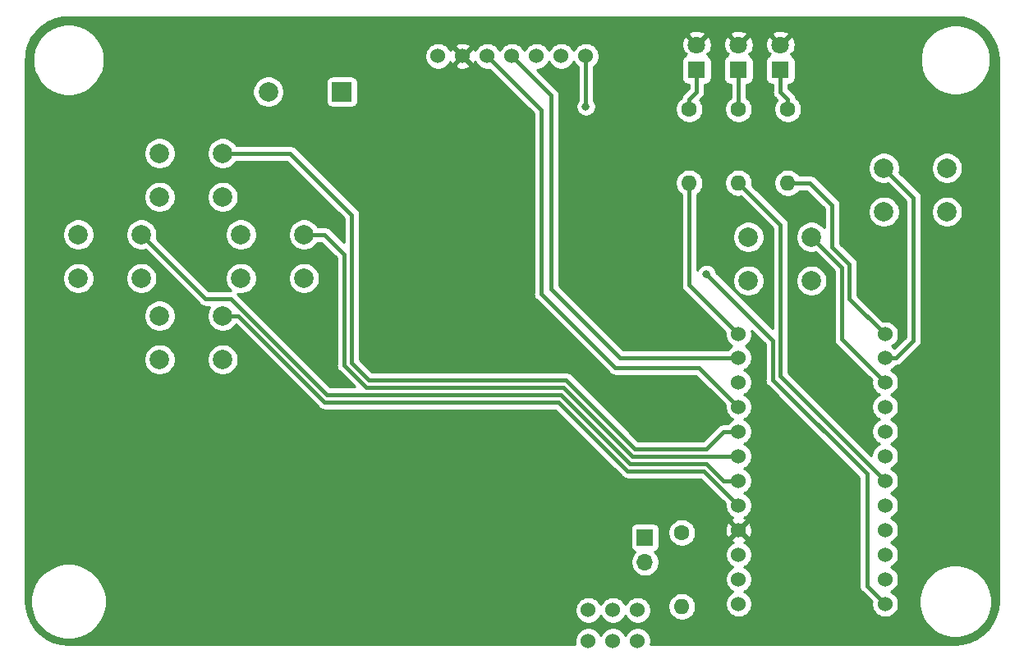
<source format=gbr>
%TF.GenerationSoftware,KiCad,Pcbnew,(5.1.8)-1*%
%TF.CreationDate,2021-02-19T09:53:25-07:00*%
%TF.ProjectId,Ardu-Shift_PCB,41726475-2d53-4686-9966-745f5043422e,rev?*%
%TF.SameCoordinates,Original*%
%TF.FileFunction,Copper,L1,Top*%
%TF.FilePolarity,Positive*%
%FSLAX46Y46*%
G04 Gerber Fmt 4.6, Leading zero omitted, Abs format (unit mm)*
G04 Created by KiCad (PCBNEW (5.1.8)-1) date 2021-02-19 09:53:25*
%MOMM*%
%LPD*%
G01*
G04 APERTURE LIST*
%TA.AperFunction,ComponentPad*%
%ADD10C,1.524000*%
%TD*%
%TA.AperFunction,ComponentPad*%
%ADD11O,1.600000X1.600000*%
%TD*%
%TA.AperFunction,ComponentPad*%
%ADD12C,1.600000*%
%TD*%
%TA.AperFunction,ComponentPad*%
%ADD13C,2.000000*%
%TD*%
%TA.AperFunction,ComponentPad*%
%ADD14R,2.000000X2.000000*%
%TD*%
%TA.AperFunction,ComponentPad*%
%ADD15O,1.700000X1.700000*%
%TD*%
%TA.AperFunction,ComponentPad*%
%ADD16R,1.700000X1.700000*%
%TD*%
%TA.AperFunction,ComponentPad*%
%ADD17C,1.800000*%
%TD*%
%TA.AperFunction,ComponentPad*%
%ADD18R,1.800000X1.800000*%
%TD*%
%TA.AperFunction,ViaPad*%
%ADD19C,0.800000*%
%TD*%
%TA.AperFunction,Conductor*%
%ADD20C,0.400000*%
%TD*%
%TA.AperFunction,Conductor*%
%ADD21C,0.254000*%
%TD*%
%TA.AperFunction,Conductor*%
%ADD22C,0.100000*%
%TD*%
G04 APERTURE END LIST*
D10*
%TO.P,U2,14*%
%TO.N,Net-(U2-Pad14)*%
X109728000Y-73914000D03*
%TO.P,U2,15*%
%TO.N,SCK*%
X109728000Y-76454000D03*
%TO.P,U2,VCC*%
%TO.N,VCC*%
X109728000Y-89154000D03*
%TO.P,U2,A2*%
%TO.N,LEFT*%
X109728000Y-84074000D03*
%TO.P,U2,A0*%
%TO.N,UP*%
X109728000Y-78994000D03*
%TO.P,U2,GND*%
%TO.N,GND*%
X109728000Y-94234000D03*
%TO.P,U2,RST*%
%TO.N,Net-(U2-PadRST)*%
X109728000Y-91694000D03*
%TO.P,U2,RAW*%
%TO.N,BAT+*%
X109728000Y-96774000D03*
%TO.P,U2,A3*%
%TO.N,DOWN*%
X109728000Y-86614000D03*
%TO.P,U2,A1*%
%TO.N,RIGHT*%
X109728000Y-81534000D03*
%TO.P,U2,16*%
%TO.N,MOSI*%
X109728000Y-71374000D03*
%TO.P,U2,10*%
%TO.N,R_LED*%
X109728000Y-68961000D03*
%TO.P,U2,9*%
%TO.N,B_LED*%
X124841000Y-68961000D03*
%TO.P,U2,8*%
%TO.N,B_Button*%
X124841000Y-71374000D03*
%TO.P,U2,7*%
%TO.N,A_Button*%
X124841000Y-73914000D03*
%TO.P,U2,6*%
%TO.N,Speaker-*%
X124841000Y-76454000D03*
%TO.P,U2,5*%
%TO.N,Speaker+*%
X124841000Y-78994000D03*
%TO.P,U2,4*%
%TO.N,DC*%
X124841000Y-81534000D03*
%TO.P,U2,3*%
%TO.N,G_LED*%
X124841000Y-84074000D03*
%TO.P,U2,2*%
%TO.N,RES*%
X124841000Y-86614000D03*
%TO.P,U2,GND*%
%TO.N,GND*%
X124841000Y-89154000D03*
X124841000Y-91694000D03*
%TO.P,U2,0*%
%TO.N,Net-(U2-Pad0)*%
X124841000Y-94234000D03*
%TO.P,U2,1*%
%TO.N,CS*%
X124841000Y-96774000D03*
%TD*%
%TO.P,U3,1*%
%TO.N,GND*%
X99314000Y-97409000D03*
%TO.P,U3,3*%
%TO.N,Net-(B2-Pad2)*%
X94234000Y-97409000D03*
%TO.P,U3,2*%
%TO.N,GND*%
X96774000Y-97409000D03*
%TO.P,U3,3*%
%TO.N,Net-(B2-Pad2)*%
X94234000Y-100584000D03*
%TO.P,U3,2*%
%TO.N,GND*%
X96774000Y-100584000D03*
%TO.P,U3,1*%
X99314000Y-100584000D03*
%TD*%
D11*
%TO.P,F1,2*%
%TO.N,BAT+*%
X103886000Y-97028000D03*
D12*
%TO.P,F1,1*%
%TO.N,Net-(B2-Pad1)*%
X103886000Y-89408000D03*
%TD*%
D13*
%TO.P,LS1,2*%
%TO.N,Speaker-*%
X61234000Y-43942000D03*
D14*
%TO.P,LS1,1*%
%TO.N,Speaker+*%
X68834000Y-43942000D03*
%TD*%
D15*
%TO.P,B2,2*%
%TO.N,Net-(B2-Pad2)*%
X100076000Y-92456000D03*
D16*
%TO.P,B2,1*%
%TO.N,Net-(B2-Pad1)*%
X100076000Y-89916000D03*
%TD*%
D13*
%TO.P,UP1,1*%
%TO.N,UP*%
X56538000Y-50292000D03*
%TO.P,UP1,2*%
%TO.N,GND*%
X56538000Y-54792000D03*
%TO.P,UP1,1*%
%TO.N,UP*%
X50038000Y-50292000D03*
%TO.P,UP1,2*%
%TO.N,GND*%
X50038000Y-54792000D03*
%TD*%
D10*
%TO.P,U1,GND*%
%TO.N,GND*%
X78740000Y-40259000D03*
%TO.P,U1,VCC*%
%TO.N,VCC*%
X81280000Y-40259000D03*
%TO.P,U1,D0*%
%TO.N,SCK*%
X83820000Y-40259000D03*
%TO.P,U1,CS*%
%TO.N,CS*%
X93980000Y-40259000D03*
%TO.P,U1,DC*%
%TO.N,DC*%
X91440000Y-40259000D03*
%TO.P,U1,RES*%
%TO.N,RES*%
X88900000Y-40259000D03*
%TO.P,U1,D1*%
%TO.N,MOSI*%
X86360000Y-40259000D03*
%TD*%
D13*
%TO.P,RIGHT1,1*%
%TO.N,RIGHT*%
X64920000Y-58674000D03*
%TO.P,RIGHT1,2*%
%TO.N,GND*%
X64920000Y-63174000D03*
%TO.P,RIGHT1,1*%
%TO.N,RIGHT*%
X58420000Y-58674000D03*
%TO.P,RIGHT1,2*%
%TO.N,GND*%
X58420000Y-63174000D03*
%TD*%
D11*
%TO.P,R3,2*%
%TO.N,R_LED*%
X104648000Y-53340000D03*
D12*
%TO.P,R3,1*%
%TO.N,Net-(D3-Pad1)*%
X104648000Y-45720000D03*
%TD*%
D11*
%TO.P,R2,2*%
%TO.N,G_LED*%
X109728000Y-53340000D03*
D12*
%TO.P,R2,1*%
%TO.N,Net-(D2-Pad1)*%
X109728000Y-45720000D03*
%TD*%
D11*
%TO.P,R1,2*%
%TO.N,B_LED*%
X114808000Y-53340000D03*
D12*
%TO.P,R1,1*%
%TO.N,Net-(D1-Pad1)*%
X114808000Y-45720000D03*
%TD*%
D13*
%TO.P,LEFT1,1*%
%TO.N,LEFT*%
X48156000Y-58674000D03*
%TO.P,LEFT1,2*%
%TO.N,GND*%
X48156000Y-63174000D03*
%TO.P,LEFT1,1*%
%TO.N,LEFT*%
X41656000Y-58674000D03*
%TO.P,LEFT1,2*%
%TO.N,GND*%
X41656000Y-63174000D03*
%TD*%
%TO.P,DOWN1,1*%
%TO.N,DOWN*%
X56538000Y-67056000D03*
%TO.P,DOWN1,2*%
%TO.N,GND*%
X56538000Y-71556000D03*
%TO.P,DOWN1,1*%
%TO.N,DOWN*%
X50038000Y-67056000D03*
%TO.P,DOWN1,2*%
%TO.N,GND*%
X50038000Y-71556000D03*
%TD*%
D17*
%TO.P,D3,2*%
%TO.N,VCC*%
X105410000Y-39116000D03*
D18*
%TO.P,D3,1*%
%TO.N,Net-(D3-Pad1)*%
X105410000Y-41656000D03*
%TD*%
D17*
%TO.P,D2,2*%
%TO.N,VCC*%
X109728000Y-39116000D03*
D18*
%TO.P,D2,1*%
%TO.N,Net-(D2-Pad1)*%
X109728000Y-41656000D03*
%TD*%
D17*
%TO.P,D1,2*%
%TO.N,VCC*%
X114046000Y-39116000D03*
D18*
%TO.P,D1,1*%
%TO.N,Net-(D1-Pad1)*%
X114046000Y-41656000D03*
%TD*%
D13*
%TO.P,B1,1*%
%TO.N,B_Button*%
X131214000Y-51816000D03*
%TO.P,B1,2*%
%TO.N,GND*%
X131214000Y-56316000D03*
%TO.P,B1,1*%
%TO.N,B_Button*%
X124714000Y-51816000D03*
%TO.P,B1,2*%
%TO.N,GND*%
X124714000Y-56316000D03*
%TD*%
%TO.P,A1,1*%
%TO.N,A_Button*%
X117244000Y-58928000D03*
%TO.P,A1,2*%
%TO.N,GND*%
X117244000Y-63428000D03*
%TO.P,A1,1*%
%TO.N,A_Button*%
X110744000Y-58928000D03*
%TO.P,A1,2*%
%TO.N,GND*%
X110744000Y-63428000D03*
%TD*%
D19*
%TO.N,CS*%
X93980000Y-45466000D03*
X106426000Y-62738000D03*
%TD*%
D20*
%TO.N,Net-(D1-Pad1)*%
X114046000Y-41656000D02*
X114046000Y-43942000D01*
X114808000Y-44704000D02*
X114808000Y-45720000D01*
X114046000Y-43942000D02*
X114808000Y-44704000D01*
%TO.N,Net-(D2-Pad1)*%
X109728000Y-41656000D02*
X109728000Y-45720000D01*
%TO.N,Net-(D3-Pad1)*%
X104648000Y-45720000D02*
X104648000Y-44704000D01*
X105410000Y-43942000D02*
X105410000Y-41656000D01*
X104648000Y-44704000D02*
X105410000Y-43942000D01*
%TO.N,R_LED*%
X104648000Y-63881000D02*
X104648000Y-53340000D01*
X109728000Y-68961000D02*
X104648000Y-63881000D01*
%TO.N,G_LED*%
X109728000Y-53340000D02*
X114046000Y-57658000D01*
X114046000Y-73279000D02*
X124841000Y-84074000D01*
X114046000Y-57658000D02*
X114046000Y-73279000D01*
%TO.N,B_LED*%
X121158000Y-65278000D02*
X124841000Y-68961000D01*
X121158000Y-61722000D02*
X121158000Y-65278000D01*
X119380000Y-59944000D02*
X121158000Y-61722000D01*
X119380000Y-55626000D02*
X119380000Y-59944000D01*
X117094000Y-53340000D02*
X119380000Y-55626000D01*
X114808000Y-53340000D02*
X117094000Y-53340000D01*
%TO.N,DOWN*%
X106172000Y-83058000D02*
X109728000Y-86614000D01*
X98298000Y-83058000D02*
X106172000Y-83058000D01*
X91186000Y-75946000D02*
X98298000Y-83058000D01*
X67056000Y-75946000D02*
X91186000Y-75946000D01*
X58166000Y-67056000D02*
X67056000Y-75946000D01*
X56538000Y-67056000D02*
X58166000Y-67056000D01*
%TO.N,LEFT*%
X106426000Y-82296000D02*
X108204000Y-84074000D01*
X91440000Y-75184000D02*
X98552000Y-82296000D01*
X67310000Y-75184000D02*
X91440000Y-75184000D01*
X57404000Y-65278000D02*
X67310000Y-75184000D01*
X48156000Y-58674000D02*
X54760000Y-65278000D01*
X98552000Y-82296000D02*
X106426000Y-82296000D01*
X54760000Y-65278000D02*
X57404000Y-65278000D01*
X109728000Y-84074000D02*
X108204000Y-84074000D01*
%TO.N,UP*%
X108204000Y-78994000D02*
X109728000Y-78994000D01*
X99060000Y-80772000D02*
X106426000Y-80772000D01*
X91948000Y-73660000D02*
X99060000Y-80772000D01*
X69850000Y-71882000D02*
X71628000Y-73660000D01*
X106426000Y-80772000D02*
X108204000Y-78994000D01*
X71628000Y-73660000D02*
X91948000Y-73660000D01*
X63500000Y-50292000D02*
X69850000Y-56642000D01*
X62738000Y-50292000D02*
X63500000Y-50292000D01*
X69850000Y-56642000D02*
X69850000Y-71882000D01*
X56538000Y-50292000D02*
X62738000Y-50292000D01*
%TO.N,SCK*%
X107442000Y-74168000D02*
X109728000Y-76454000D01*
X105664000Y-72390000D02*
X107442000Y-74168000D01*
X97028000Y-72390000D02*
X105664000Y-72390000D01*
X89408000Y-64770000D02*
X97028000Y-72390000D01*
X89408000Y-45847000D02*
X89408000Y-64770000D01*
X83820000Y-40259000D02*
X89408000Y-45847000D01*
%TO.N,MOSI*%
X90424000Y-44323000D02*
X86360000Y-40259000D01*
X90424000Y-64262000D02*
X90424000Y-44323000D01*
X97536000Y-71374000D02*
X90424000Y-64262000D01*
X109728000Y-71374000D02*
X97536000Y-71374000D01*
%TO.N,RIGHT*%
X104394000Y-81534000D02*
X109728000Y-81534000D01*
X98806000Y-81534000D02*
X104394000Y-81534000D01*
X91694000Y-74422000D02*
X98806000Y-81534000D01*
X64920000Y-58674000D02*
X67056000Y-58674000D01*
X67056000Y-58674000D02*
X69088000Y-60706000D01*
X69088000Y-72136000D02*
X71374000Y-74422000D01*
X69088000Y-60706000D02*
X69088000Y-72136000D01*
X71374000Y-74422000D02*
X91694000Y-74422000D01*
%TO.N,A_Button*%
X124841000Y-73914000D02*
X120396000Y-69469000D01*
X120396000Y-62080000D02*
X117244000Y-58928000D01*
X120396000Y-69469000D02*
X120396000Y-62080000D01*
%TO.N,B_Button*%
X124841000Y-71374000D02*
X125984000Y-71374000D01*
X125984000Y-71374000D02*
X127762000Y-69596000D01*
X127762000Y-54864000D02*
X124714000Y-51816000D01*
X127762000Y-69596000D02*
X127762000Y-54864000D01*
%TO.N,CS*%
X93980000Y-45466000D02*
X93980000Y-45466000D01*
X93980000Y-40259000D02*
X93980000Y-45466000D01*
X106426000Y-62738000D02*
X113284000Y-69596000D01*
X122999500Y-83375500D02*
X113284000Y-73660000D01*
X122999500Y-94932500D02*
X122999500Y-83375500D01*
X124841000Y-96774000D02*
X122999500Y-94932500D01*
X113284000Y-69596000D02*
X113284000Y-73660000D01*
%TD*%
D21*
%TO.N,VCC*%
X132862249Y-36292437D02*
X133619774Y-36499672D01*
X134328625Y-36837777D01*
X134966404Y-37296067D01*
X135512946Y-37860055D01*
X135950977Y-38511913D01*
X136266651Y-39231038D01*
X136451206Y-39999768D01*
X136500000Y-40664207D01*
X136500001Y-96490597D01*
X136427563Y-97302249D01*
X136220328Y-98059774D01*
X135882221Y-98768627D01*
X135423928Y-99406410D01*
X134859945Y-99952946D01*
X134208085Y-100390978D01*
X133488963Y-100706651D01*
X132720232Y-100891206D01*
X132055792Y-100940000D01*
X100667556Y-100940000D01*
X100711000Y-100721592D01*
X100711000Y-100446408D01*
X100657314Y-100176510D01*
X100552005Y-99922273D01*
X100399120Y-99693465D01*
X100204535Y-99498880D01*
X99975727Y-99345995D01*
X99721490Y-99240686D01*
X99451592Y-99187000D01*
X99176408Y-99187000D01*
X98906510Y-99240686D01*
X98652273Y-99345995D01*
X98423465Y-99498880D01*
X98228880Y-99693465D01*
X98075995Y-99922273D01*
X98044000Y-99999515D01*
X98012005Y-99922273D01*
X97859120Y-99693465D01*
X97664535Y-99498880D01*
X97435727Y-99345995D01*
X97181490Y-99240686D01*
X96911592Y-99187000D01*
X96636408Y-99187000D01*
X96366510Y-99240686D01*
X96112273Y-99345995D01*
X95883465Y-99498880D01*
X95688880Y-99693465D01*
X95535995Y-99922273D01*
X95504000Y-99999515D01*
X95472005Y-99922273D01*
X95319120Y-99693465D01*
X95124535Y-99498880D01*
X94895727Y-99345995D01*
X94641490Y-99240686D01*
X94371592Y-99187000D01*
X94096408Y-99187000D01*
X93826510Y-99240686D01*
X93572273Y-99345995D01*
X93343465Y-99498880D01*
X93148880Y-99693465D01*
X92995995Y-99922273D01*
X92890686Y-100176510D01*
X92837000Y-100446408D01*
X92837000Y-100721592D01*
X92880444Y-100940000D01*
X40669392Y-100940000D01*
X39857751Y-100867563D01*
X39100226Y-100660328D01*
X38391373Y-100322221D01*
X37753590Y-99863928D01*
X37207054Y-99299945D01*
X36769022Y-98648085D01*
X36453349Y-97928963D01*
X36268794Y-97160232D01*
X36220000Y-96495792D01*
X36220000Y-96134519D01*
X36726150Y-96134519D01*
X36726150Y-96905481D01*
X36876557Y-97661628D01*
X37171592Y-98373903D01*
X37599915Y-99014934D01*
X38145066Y-99560085D01*
X38786097Y-99988408D01*
X39498372Y-100283443D01*
X40254519Y-100433850D01*
X41025481Y-100433850D01*
X41781628Y-100283443D01*
X42493903Y-99988408D01*
X43134934Y-99560085D01*
X43680085Y-99014934D01*
X44108408Y-98373903D01*
X44403443Y-97661628D01*
X44481062Y-97271408D01*
X92837000Y-97271408D01*
X92837000Y-97546592D01*
X92890686Y-97816490D01*
X92995995Y-98070727D01*
X93148880Y-98299535D01*
X93343465Y-98494120D01*
X93572273Y-98647005D01*
X93826510Y-98752314D01*
X94096408Y-98806000D01*
X94371592Y-98806000D01*
X94641490Y-98752314D01*
X94895727Y-98647005D01*
X95124535Y-98494120D01*
X95319120Y-98299535D01*
X95472005Y-98070727D01*
X95504000Y-97993485D01*
X95535995Y-98070727D01*
X95688880Y-98299535D01*
X95883465Y-98494120D01*
X96112273Y-98647005D01*
X96366510Y-98752314D01*
X96636408Y-98806000D01*
X96911592Y-98806000D01*
X97181490Y-98752314D01*
X97435727Y-98647005D01*
X97664535Y-98494120D01*
X97859120Y-98299535D01*
X98012005Y-98070727D01*
X98044000Y-97993485D01*
X98075995Y-98070727D01*
X98228880Y-98299535D01*
X98423465Y-98494120D01*
X98652273Y-98647005D01*
X98906510Y-98752314D01*
X99176408Y-98806000D01*
X99451592Y-98806000D01*
X99721490Y-98752314D01*
X99975727Y-98647005D01*
X100204535Y-98494120D01*
X100399120Y-98299535D01*
X100552005Y-98070727D01*
X100657314Y-97816490D01*
X100711000Y-97546592D01*
X100711000Y-97271408D01*
X100657314Y-97001510D01*
X100609744Y-96886665D01*
X102451000Y-96886665D01*
X102451000Y-97169335D01*
X102506147Y-97446574D01*
X102614320Y-97707727D01*
X102771363Y-97942759D01*
X102971241Y-98142637D01*
X103206273Y-98299680D01*
X103467426Y-98407853D01*
X103744665Y-98463000D01*
X104027335Y-98463000D01*
X104304574Y-98407853D01*
X104565727Y-98299680D01*
X104800759Y-98142637D01*
X105000637Y-97942759D01*
X105157680Y-97707727D01*
X105265853Y-97446574D01*
X105321000Y-97169335D01*
X105321000Y-96886665D01*
X105265853Y-96609426D01*
X105157680Y-96348273D01*
X105000637Y-96113241D01*
X104800759Y-95913363D01*
X104565727Y-95756320D01*
X104304574Y-95648147D01*
X104027335Y-95593000D01*
X103744665Y-95593000D01*
X103467426Y-95648147D01*
X103206273Y-95756320D01*
X102971241Y-95913363D01*
X102771363Y-96113241D01*
X102614320Y-96348273D01*
X102506147Y-96609426D01*
X102451000Y-96886665D01*
X100609744Y-96886665D01*
X100552005Y-96747273D01*
X100399120Y-96518465D01*
X100204535Y-96323880D01*
X99975727Y-96170995D01*
X99721490Y-96065686D01*
X99451592Y-96012000D01*
X99176408Y-96012000D01*
X98906510Y-96065686D01*
X98652273Y-96170995D01*
X98423465Y-96323880D01*
X98228880Y-96518465D01*
X98075995Y-96747273D01*
X98044000Y-96824515D01*
X98012005Y-96747273D01*
X97859120Y-96518465D01*
X97664535Y-96323880D01*
X97435727Y-96170995D01*
X97181490Y-96065686D01*
X96911592Y-96012000D01*
X96636408Y-96012000D01*
X96366510Y-96065686D01*
X96112273Y-96170995D01*
X95883465Y-96323880D01*
X95688880Y-96518465D01*
X95535995Y-96747273D01*
X95504000Y-96824515D01*
X95472005Y-96747273D01*
X95319120Y-96518465D01*
X95124535Y-96323880D01*
X94895727Y-96170995D01*
X94641490Y-96065686D01*
X94371592Y-96012000D01*
X94096408Y-96012000D01*
X93826510Y-96065686D01*
X93572273Y-96170995D01*
X93343465Y-96323880D01*
X93148880Y-96518465D01*
X92995995Y-96747273D01*
X92890686Y-97001510D01*
X92837000Y-97271408D01*
X44481062Y-97271408D01*
X44553850Y-96905481D01*
X44553850Y-96134519D01*
X44403443Y-95378372D01*
X44108408Y-94666097D01*
X43680085Y-94025066D01*
X43134934Y-93479915D01*
X42493903Y-93051592D01*
X41781628Y-92756557D01*
X41025481Y-92606150D01*
X40254519Y-92606150D01*
X39498372Y-92756557D01*
X38786097Y-93051592D01*
X38145066Y-93479915D01*
X37599915Y-94025066D01*
X37171592Y-94666097D01*
X36876557Y-95378372D01*
X36726150Y-96134519D01*
X36220000Y-96134519D01*
X36220000Y-89066000D01*
X98587928Y-89066000D01*
X98587928Y-90766000D01*
X98600188Y-90890482D01*
X98636498Y-91010180D01*
X98695463Y-91120494D01*
X98774815Y-91217185D01*
X98871506Y-91296537D01*
X98981820Y-91355502D01*
X99054380Y-91377513D01*
X98922525Y-91509368D01*
X98760010Y-91752589D01*
X98648068Y-92022842D01*
X98591000Y-92309740D01*
X98591000Y-92602260D01*
X98648068Y-92889158D01*
X98760010Y-93159411D01*
X98922525Y-93402632D01*
X99129368Y-93609475D01*
X99372589Y-93771990D01*
X99642842Y-93883932D01*
X99929740Y-93941000D01*
X100222260Y-93941000D01*
X100509158Y-93883932D01*
X100779411Y-93771990D01*
X101022632Y-93609475D01*
X101229475Y-93402632D01*
X101391990Y-93159411D01*
X101503932Y-92889158D01*
X101561000Y-92602260D01*
X101561000Y-92309740D01*
X101503932Y-92022842D01*
X101391990Y-91752589D01*
X101260907Y-91556408D01*
X108331000Y-91556408D01*
X108331000Y-91831592D01*
X108384686Y-92101490D01*
X108489995Y-92355727D01*
X108642880Y-92584535D01*
X108837465Y-92779120D01*
X109066273Y-92932005D01*
X109143515Y-92964000D01*
X109066273Y-92995995D01*
X108837465Y-93148880D01*
X108642880Y-93343465D01*
X108489995Y-93572273D01*
X108384686Y-93826510D01*
X108331000Y-94096408D01*
X108331000Y-94371592D01*
X108384686Y-94641490D01*
X108489995Y-94895727D01*
X108642880Y-95124535D01*
X108837465Y-95319120D01*
X109066273Y-95472005D01*
X109143515Y-95504000D01*
X109066273Y-95535995D01*
X108837465Y-95688880D01*
X108642880Y-95883465D01*
X108489995Y-96112273D01*
X108384686Y-96366510D01*
X108331000Y-96636408D01*
X108331000Y-96911592D01*
X108384686Y-97181490D01*
X108489995Y-97435727D01*
X108642880Y-97664535D01*
X108837465Y-97859120D01*
X109066273Y-98012005D01*
X109320510Y-98117314D01*
X109590408Y-98171000D01*
X109865592Y-98171000D01*
X110135490Y-98117314D01*
X110389727Y-98012005D01*
X110618535Y-97859120D01*
X110813120Y-97664535D01*
X110966005Y-97435727D01*
X111071314Y-97181490D01*
X111125000Y-96911592D01*
X111125000Y-96636408D01*
X111071314Y-96366510D01*
X110966005Y-96112273D01*
X110813120Y-95883465D01*
X110618535Y-95688880D01*
X110389727Y-95535995D01*
X110312485Y-95504000D01*
X110389727Y-95472005D01*
X110618535Y-95319120D01*
X110813120Y-95124535D01*
X110966005Y-94895727D01*
X111071314Y-94641490D01*
X111125000Y-94371592D01*
X111125000Y-94096408D01*
X111071314Y-93826510D01*
X110966005Y-93572273D01*
X110813120Y-93343465D01*
X110618535Y-93148880D01*
X110389727Y-92995995D01*
X110312485Y-92964000D01*
X110389727Y-92932005D01*
X110618535Y-92779120D01*
X110813120Y-92584535D01*
X110966005Y-92355727D01*
X111071314Y-92101490D01*
X111125000Y-91831592D01*
X111125000Y-91556408D01*
X111071314Y-91286510D01*
X110966005Y-91032273D01*
X110813120Y-90803465D01*
X110618535Y-90608880D01*
X110389727Y-90455995D01*
X110318057Y-90426308D01*
X110331023Y-90421636D01*
X110446980Y-90359656D01*
X110513960Y-90119565D01*
X109728000Y-89333605D01*
X108942040Y-90119565D01*
X109009020Y-90359656D01*
X109144760Y-90423485D01*
X109066273Y-90455995D01*
X108837465Y-90608880D01*
X108642880Y-90803465D01*
X108489995Y-91032273D01*
X108384686Y-91286510D01*
X108331000Y-91556408D01*
X101260907Y-91556408D01*
X101229475Y-91509368D01*
X101097620Y-91377513D01*
X101170180Y-91355502D01*
X101280494Y-91296537D01*
X101377185Y-91217185D01*
X101456537Y-91120494D01*
X101515502Y-91010180D01*
X101551812Y-90890482D01*
X101564072Y-90766000D01*
X101564072Y-89266665D01*
X102451000Y-89266665D01*
X102451000Y-89549335D01*
X102506147Y-89826574D01*
X102614320Y-90087727D01*
X102771363Y-90322759D01*
X102971241Y-90522637D01*
X103206273Y-90679680D01*
X103467426Y-90787853D01*
X103744665Y-90843000D01*
X104027335Y-90843000D01*
X104304574Y-90787853D01*
X104565727Y-90679680D01*
X104800759Y-90522637D01*
X105000637Y-90322759D01*
X105157680Y-90087727D01*
X105265853Y-89826574D01*
X105321000Y-89549335D01*
X105321000Y-89266665D01*
X105312915Y-89226017D01*
X108326090Y-89226017D01*
X108367078Y-89498133D01*
X108460364Y-89757023D01*
X108522344Y-89872980D01*
X108762435Y-89939960D01*
X109548395Y-89154000D01*
X109907605Y-89154000D01*
X110693565Y-89939960D01*
X110933656Y-89872980D01*
X111050756Y-89623952D01*
X111117023Y-89356865D01*
X111129910Y-89081983D01*
X111088922Y-88809867D01*
X110995636Y-88550977D01*
X110933656Y-88435020D01*
X110693565Y-88368040D01*
X109907605Y-89154000D01*
X109548395Y-89154000D01*
X108762435Y-88368040D01*
X108522344Y-88435020D01*
X108405244Y-88684048D01*
X108338977Y-88951135D01*
X108326090Y-89226017D01*
X105312915Y-89226017D01*
X105265853Y-88989426D01*
X105157680Y-88728273D01*
X105000637Y-88493241D01*
X104800759Y-88293363D01*
X104565727Y-88136320D01*
X104304574Y-88028147D01*
X104027335Y-87973000D01*
X103744665Y-87973000D01*
X103467426Y-88028147D01*
X103206273Y-88136320D01*
X102971241Y-88293363D01*
X102771363Y-88493241D01*
X102614320Y-88728273D01*
X102506147Y-88989426D01*
X102451000Y-89266665D01*
X101564072Y-89266665D01*
X101564072Y-89066000D01*
X101551812Y-88941518D01*
X101515502Y-88821820D01*
X101456537Y-88711506D01*
X101377185Y-88614815D01*
X101280494Y-88535463D01*
X101170180Y-88476498D01*
X101050482Y-88440188D01*
X100926000Y-88427928D01*
X99226000Y-88427928D01*
X99101518Y-88440188D01*
X98981820Y-88476498D01*
X98871506Y-88535463D01*
X98774815Y-88614815D01*
X98695463Y-88711506D01*
X98636498Y-88821820D01*
X98600188Y-88941518D01*
X98587928Y-89066000D01*
X36220000Y-89066000D01*
X36220000Y-71394967D01*
X48403000Y-71394967D01*
X48403000Y-71717033D01*
X48465832Y-72032912D01*
X48589082Y-72330463D01*
X48768013Y-72598252D01*
X48995748Y-72825987D01*
X49263537Y-73004918D01*
X49561088Y-73128168D01*
X49876967Y-73191000D01*
X50199033Y-73191000D01*
X50514912Y-73128168D01*
X50812463Y-73004918D01*
X51080252Y-72825987D01*
X51307987Y-72598252D01*
X51486918Y-72330463D01*
X51610168Y-72032912D01*
X51673000Y-71717033D01*
X51673000Y-71394967D01*
X54903000Y-71394967D01*
X54903000Y-71717033D01*
X54965832Y-72032912D01*
X55089082Y-72330463D01*
X55268013Y-72598252D01*
X55495748Y-72825987D01*
X55763537Y-73004918D01*
X56061088Y-73128168D01*
X56376967Y-73191000D01*
X56699033Y-73191000D01*
X57014912Y-73128168D01*
X57312463Y-73004918D01*
X57580252Y-72825987D01*
X57807987Y-72598252D01*
X57986918Y-72330463D01*
X58110168Y-72032912D01*
X58173000Y-71717033D01*
X58173000Y-71394967D01*
X58110168Y-71079088D01*
X57986918Y-70781537D01*
X57807987Y-70513748D01*
X57580252Y-70286013D01*
X57312463Y-70107082D01*
X57014912Y-69983832D01*
X56699033Y-69921000D01*
X56376967Y-69921000D01*
X56061088Y-69983832D01*
X55763537Y-70107082D01*
X55495748Y-70286013D01*
X55268013Y-70513748D01*
X55089082Y-70781537D01*
X54965832Y-71079088D01*
X54903000Y-71394967D01*
X51673000Y-71394967D01*
X51610168Y-71079088D01*
X51486918Y-70781537D01*
X51307987Y-70513748D01*
X51080252Y-70286013D01*
X50812463Y-70107082D01*
X50514912Y-69983832D01*
X50199033Y-69921000D01*
X49876967Y-69921000D01*
X49561088Y-69983832D01*
X49263537Y-70107082D01*
X48995748Y-70286013D01*
X48768013Y-70513748D01*
X48589082Y-70781537D01*
X48465832Y-71079088D01*
X48403000Y-71394967D01*
X36220000Y-71394967D01*
X36220000Y-66894967D01*
X48403000Y-66894967D01*
X48403000Y-67217033D01*
X48465832Y-67532912D01*
X48589082Y-67830463D01*
X48768013Y-68098252D01*
X48995748Y-68325987D01*
X49263537Y-68504918D01*
X49561088Y-68628168D01*
X49876967Y-68691000D01*
X50199033Y-68691000D01*
X50514912Y-68628168D01*
X50812463Y-68504918D01*
X51080252Y-68325987D01*
X51307987Y-68098252D01*
X51486918Y-67830463D01*
X51610168Y-67532912D01*
X51673000Y-67217033D01*
X51673000Y-66894967D01*
X51610168Y-66579088D01*
X51486918Y-66281537D01*
X51307987Y-66013748D01*
X51080252Y-65786013D01*
X50812463Y-65607082D01*
X50514912Y-65483832D01*
X50199033Y-65421000D01*
X49876967Y-65421000D01*
X49561088Y-65483832D01*
X49263537Y-65607082D01*
X48995748Y-65786013D01*
X48768013Y-66013748D01*
X48589082Y-66281537D01*
X48465832Y-66579088D01*
X48403000Y-66894967D01*
X36220000Y-66894967D01*
X36220000Y-63012967D01*
X40021000Y-63012967D01*
X40021000Y-63335033D01*
X40083832Y-63650912D01*
X40207082Y-63948463D01*
X40386013Y-64216252D01*
X40613748Y-64443987D01*
X40881537Y-64622918D01*
X41179088Y-64746168D01*
X41494967Y-64809000D01*
X41817033Y-64809000D01*
X42132912Y-64746168D01*
X42430463Y-64622918D01*
X42698252Y-64443987D01*
X42925987Y-64216252D01*
X43104918Y-63948463D01*
X43228168Y-63650912D01*
X43291000Y-63335033D01*
X43291000Y-63012967D01*
X46521000Y-63012967D01*
X46521000Y-63335033D01*
X46583832Y-63650912D01*
X46707082Y-63948463D01*
X46886013Y-64216252D01*
X47113748Y-64443987D01*
X47381537Y-64622918D01*
X47679088Y-64746168D01*
X47994967Y-64809000D01*
X48317033Y-64809000D01*
X48632912Y-64746168D01*
X48930463Y-64622918D01*
X49198252Y-64443987D01*
X49425987Y-64216252D01*
X49604918Y-63948463D01*
X49728168Y-63650912D01*
X49791000Y-63335033D01*
X49791000Y-63012967D01*
X49728168Y-62697088D01*
X49604918Y-62399537D01*
X49425987Y-62131748D01*
X49198252Y-61904013D01*
X48930463Y-61725082D01*
X48632912Y-61601832D01*
X48317033Y-61539000D01*
X47994967Y-61539000D01*
X47679088Y-61601832D01*
X47381537Y-61725082D01*
X47113748Y-61904013D01*
X46886013Y-62131748D01*
X46707082Y-62399537D01*
X46583832Y-62697088D01*
X46521000Y-63012967D01*
X43291000Y-63012967D01*
X43228168Y-62697088D01*
X43104918Y-62399537D01*
X42925987Y-62131748D01*
X42698252Y-61904013D01*
X42430463Y-61725082D01*
X42132912Y-61601832D01*
X41817033Y-61539000D01*
X41494967Y-61539000D01*
X41179088Y-61601832D01*
X40881537Y-61725082D01*
X40613748Y-61904013D01*
X40386013Y-62131748D01*
X40207082Y-62399537D01*
X40083832Y-62697088D01*
X40021000Y-63012967D01*
X36220000Y-63012967D01*
X36220000Y-58512967D01*
X40021000Y-58512967D01*
X40021000Y-58835033D01*
X40083832Y-59150912D01*
X40207082Y-59448463D01*
X40386013Y-59716252D01*
X40613748Y-59943987D01*
X40881537Y-60122918D01*
X41179088Y-60246168D01*
X41494967Y-60309000D01*
X41817033Y-60309000D01*
X42132912Y-60246168D01*
X42430463Y-60122918D01*
X42698252Y-59943987D01*
X42925987Y-59716252D01*
X43104918Y-59448463D01*
X43228168Y-59150912D01*
X43291000Y-58835033D01*
X43291000Y-58512967D01*
X46521000Y-58512967D01*
X46521000Y-58835033D01*
X46583832Y-59150912D01*
X46707082Y-59448463D01*
X46886013Y-59716252D01*
X47113748Y-59943987D01*
X47381537Y-60122918D01*
X47679088Y-60246168D01*
X47994967Y-60309000D01*
X48317033Y-60309000D01*
X48561505Y-60260372D01*
X54140559Y-65839427D01*
X54166709Y-65871291D01*
X54293854Y-65975636D01*
X54438913Y-66053172D01*
X54596311Y-66100918D01*
X54718981Y-66113000D01*
X54718991Y-66113000D01*
X54759999Y-66117039D01*
X54801007Y-66113000D01*
X55201695Y-66113000D01*
X55089082Y-66281537D01*
X54965832Y-66579088D01*
X54903000Y-66894967D01*
X54903000Y-67217033D01*
X54965832Y-67532912D01*
X55089082Y-67830463D01*
X55268013Y-68098252D01*
X55495748Y-68325987D01*
X55763537Y-68504918D01*
X56061088Y-68628168D01*
X56376967Y-68691000D01*
X56699033Y-68691000D01*
X57014912Y-68628168D01*
X57312463Y-68504918D01*
X57580252Y-68325987D01*
X57807987Y-68098252D01*
X57895866Y-67966733D01*
X66436563Y-76507432D01*
X66462709Y-76539291D01*
X66589854Y-76643636D01*
X66734913Y-76721172D01*
X66892311Y-76768918D01*
X67014981Y-76781000D01*
X67014982Y-76781000D01*
X67056000Y-76785040D01*
X67097018Y-76781000D01*
X90840133Y-76781000D01*
X97678563Y-83619432D01*
X97704709Y-83651291D01*
X97736568Y-83677437D01*
X97736570Y-83677439D01*
X97831854Y-83755636D01*
X97976913Y-83833172D01*
X98134311Y-83880918D01*
X98298000Y-83897040D01*
X98339018Y-83893000D01*
X105826133Y-83893000D01*
X108344031Y-86410898D01*
X108331000Y-86476408D01*
X108331000Y-86751592D01*
X108384686Y-87021490D01*
X108489995Y-87275727D01*
X108642880Y-87504535D01*
X108837465Y-87699120D01*
X109066273Y-87852005D01*
X109137943Y-87881692D01*
X109124977Y-87886364D01*
X109009020Y-87948344D01*
X108942040Y-88188435D01*
X109728000Y-88974395D01*
X110513960Y-88188435D01*
X110446980Y-87948344D01*
X110311240Y-87884515D01*
X110389727Y-87852005D01*
X110618535Y-87699120D01*
X110813120Y-87504535D01*
X110966005Y-87275727D01*
X111071314Y-87021490D01*
X111125000Y-86751592D01*
X111125000Y-86476408D01*
X111071314Y-86206510D01*
X110966005Y-85952273D01*
X110813120Y-85723465D01*
X110618535Y-85528880D01*
X110389727Y-85375995D01*
X110312485Y-85344000D01*
X110389727Y-85312005D01*
X110618535Y-85159120D01*
X110813120Y-84964535D01*
X110966005Y-84735727D01*
X111071314Y-84481490D01*
X111125000Y-84211592D01*
X111125000Y-83936408D01*
X111071314Y-83666510D01*
X110966005Y-83412273D01*
X110813120Y-83183465D01*
X110618535Y-82988880D01*
X110389727Y-82835995D01*
X110312485Y-82804000D01*
X110389727Y-82772005D01*
X110618535Y-82619120D01*
X110813120Y-82424535D01*
X110966005Y-82195727D01*
X111071314Y-81941490D01*
X111125000Y-81671592D01*
X111125000Y-81396408D01*
X111071314Y-81126510D01*
X110966005Y-80872273D01*
X110813120Y-80643465D01*
X110618535Y-80448880D01*
X110389727Y-80295995D01*
X110312485Y-80264000D01*
X110389727Y-80232005D01*
X110618535Y-80079120D01*
X110813120Y-79884535D01*
X110966005Y-79655727D01*
X111071314Y-79401490D01*
X111125000Y-79131592D01*
X111125000Y-78856408D01*
X111071314Y-78586510D01*
X110966005Y-78332273D01*
X110813120Y-78103465D01*
X110618535Y-77908880D01*
X110389727Y-77755995D01*
X110312485Y-77724000D01*
X110389727Y-77692005D01*
X110618535Y-77539120D01*
X110813120Y-77344535D01*
X110966005Y-77115727D01*
X111071314Y-76861490D01*
X111125000Y-76591592D01*
X111125000Y-76316408D01*
X111071314Y-76046510D01*
X110966005Y-75792273D01*
X110813120Y-75563465D01*
X110618535Y-75368880D01*
X110389727Y-75215995D01*
X110312485Y-75184000D01*
X110389727Y-75152005D01*
X110618535Y-74999120D01*
X110813120Y-74804535D01*
X110966005Y-74575727D01*
X111071314Y-74321490D01*
X111125000Y-74051592D01*
X111125000Y-73776408D01*
X111071314Y-73506510D01*
X110966005Y-73252273D01*
X110813120Y-73023465D01*
X110618535Y-72828880D01*
X110389727Y-72675995D01*
X110312485Y-72644000D01*
X110389727Y-72612005D01*
X110618535Y-72459120D01*
X110813120Y-72264535D01*
X110966005Y-72035727D01*
X111071314Y-71781490D01*
X111125000Y-71511592D01*
X111125000Y-71236408D01*
X111071314Y-70966510D01*
X110966005Y-70712273D01*
X110813120Y-70483465D01*
X110618535Y-70288880D01*
X110436877Y-70167500D01*
X110618535Y-70046120D01*
X110813120Y-69851535D01*
X110966005Y-69622727D01*
X111071314Y-69368490D01*
X111125000Y-69098592D01*
X111125000Y-68823408D01*
X111073964Y-68566833D01*
X112449000Y-69941869D01*
X112449001Y-73618972D01*
X112444960Y-73660000D01*
X112461082Y-73823688D01*
X112508828Y-73981086D01*
X112582032Y-74118040D01*
X112586365Y-74126146D01*
X112690710Y-74253291D01*
X112722574Y-74279441D01*
X122164501Y-83721370D01*
X122164500Y-94891481D01*
X122160460Y-94932500D01*
X122176582Y-95096188D01*
X122224328Y-95253586D01*
X122301864Y-95398645D01*
X122406209Y-95525791D01*
X122438079Y-95551946D01*
X123457031Y-96570898D01*
X123444000Y-96636408D01*
X123444000Y-96911592D01*
X123497686Y-97181490D01*
X123602995Y-97435727D01*
X123755880Y-97664535D01*
X123950465Y-97859120D01*
X124179273Y-98012005D01*
X124433510Y-98117314D01*
X124703408Y-98171000D01*
X124978592Y-98171000D01*
X125248490Y-98117314D01*
X125502727Y-98012005D01*
X125731535Y-97859120D01*
X125926120Y-97664535D01*
X126079005Y-97435727D01*
X126184314Y-97181490D01*
X126238000Y-96911592D01*
X126238000Y-96636408D01*
X126184314Y-96366510D01*
X126094828Y-96150471D01*
X128328111Y-96150471D01*
X128328111Y-96889529D01*
X128472294Y-97614386D01*
X128755119Y-98297186D01*
X129165717Y-98911690D01*
X129688310Y-99434283D01*
X130302814Y-99844881D01*
X130985614Y-100127706D01*
X131710471Y-100271889D01*
X132449529Y-100271889D01*
X133174386Y-100127706D01*
X133857186Y-99844881D01*
X134471690Y-99434283D01*
X134994283Y-98911690D01*
X135404881Y-98297186D01*
X135687706Y-97614386D01*
X135831889Y-96889529D01*
X135831889Y-96150471D01*
X135687706Y-95425614D01*
X135404881Y-94742814D01*
X134994283Y-94128310D01*
X134471690Y-93605717D01*
X133857186Y-93195119D01*
X133174386Y-92912294D01*
X132449529Y-92768111D01*
X131710471Y-92768111D01*
X130985614Y-92912294D01*
X130302814Y-93195119D01*
X129688310Y-93605717D01*
X129165717Y-94128310D01*
X128755119Y-94742814D01*
X128472294Y-95425614D01*
X128328111Y-96150471D01*
X126094828Y-96150471D01*
X126079005Y-96112273D01*
X125926120Y-95883465D01*
X125731535Y-95688880D01*
X125502727Y-95535995D01*
X125425485Y-95504000D01*
X125502727Y-95472005D01*
X125731535Y-95319120D01*
X125926120Y-95124535D01*
X126079005Y-94895727D01*
X126184314Y-94641490D01*
X126238000Y-94371592D01*
X126238000Y-94096408D01*
X126184314Y-93826510D01*
X126079005Y-93572273D01*
X125926120Y-93343465D01*
X125731535Y-93148880D01*
X125502727Y-92995995D01*
X125425485Y-92964000D01*
X125502727Y-92932005D01*
X125731535Y-92779120D01*
X125926120Y-92584535D01*
X126079005Y-92355727D01*
X126184314Y-92101490D01*
X126238000Y-91831592D01*
X126238000Y-91556408D01*
X126184314Y-91286510D01*
X126079005Y-91032273D01*
X125926120Y-90803465D01*
X125731535Y-90608880D01*
X125502727Y-90455995D01*
X125425485Y-90424000D01*
X125502727Y-90392005D01*
X125731535Y-90239120D01*
X125926120Y-90044535D01*
X126079005Y-89815727D01*
X126184314Y-89561490D01*
X126238000Y-89291592D01*
X126238000Y-89016408D01*
X126184314Y-88746510D01*
X126079005Y-88492273D01*
X125926120Y-88263465D01*
X125731535Y-88068880D01*
X125502727Y-87915995D01*
X125425485Y-87884000D01*
X125502727Y-87852005D01*
X125731535Y-87699120D01*
X125926120Y-87504535D01*
X126079005Y-87275727D01*
X126184314Y-87021490D01*
X126238000Y-86751592D01*
X126238000Y-86476408D01*
X126184314Y-86206510D01*
X126079005Y-85952273D01*
X125926120Y-85723465D01*
X125731535Y-85528880D01*
X125502727Y-85375995D01*
X125425485Y-85344000D01*
X125502727Y-85312005D01*
X125731535Y-85159120D01*
X125926120Y-84964535D01*
X126079005Y-84735727D01*
X126184314Y-84481490D01*
X126238000Y-84211592D01*
X126238000Y-83936408D01*
X126184314Y-83666510D01*
X126079005Y-83412273D01*
X125926120Y-83183465D01*
X125731535Y-82988880D01*
X125502727Y-82835995D01*
X125425485Y-82804000D01*
X125502727Y-82772005D01*
X125731535Y-82619120D01*
X125926120Y-82424535D01*
X126079005Y-82195727D01*
X126184314Y-81941490D01*
X126238000Y-81671592D01*
X126238000Y-81396408D01*
X126184314Y-81126510D01*
X126079005Y-80872273D01*
X125926120Y-80643465D01*
X125731535Y-80448880D01*
X125502727Y-80295995D01*
X125425485Y-80264000D01*
X125502727Y-80232005D01*
X125731535Y-80079120D01*
X125926120Y-79884535D01*
X126079005Y-79655727D01*
X126184314Y-79401490D01*
X126238000Y-79131592D01*
X126238000Y-78856408D01*
X126184314Y-78586510D01*
X126079005Y-78332273D01*
X125926120Y-78103465D01*
X125731535Y-77908880D01*
X125502727Y-77755995D01*
X125425485Y-77724000D01*
X125502727Y-77692005D01*
X125731535Y-77539120D01*
X125926120Y-77344535D01*
X126079005Y-77115727D01*
X126184314Y-76861490D01*
X126238000Y-76591592D01*
X126238000Y-76316408D01*
X126184314Y-76046510D01*
X126079005Y-75792273D01*
X125926120Y-75563465D01*
X125731535Y-75368880D01*
X125502727Y-75215995D01*
X125425485Y-75184000D01*
X125502727Y-75152005D01*
X125731535Y-74999120D01*
X125926120Y-74804535D01*
X126079005Y-74575727D01*
X126184314Y-74321490D01*
X126238000Y-74051592D01*
X126238000Y-73776408D01*
X126184314Y-73506510D01*
X126079005Y-73252273D01*
X125926120Y-73023465D01*
X125731535Y-72828880D01*
X125502727Y-72675995D01*
X125425485Y-72644000D01*
X125502727Y-72612005D01*
X125731535Y-72459120D01*
X125926120Y-72264535D01*
X125961977Y-72210871D01*
X125984000Y-72213040D01*
X126025018Y-72209000D01*
X126025019Y-72209000D01*
X126147689Y-72196918D01*
X126305087Y-72149172D01*
X126450146Y-72071636D01*
X126577291Y-71967291D01*
X126603446Y-71935421D01*
X128323433Y-70215436D01*
X128355291Y-70189291D01*
X128459636Y-70062146D01*
X128537172Y-69917087D01*
X128584918Y-69759689D01*
X128597000Y-69637019D01*
X128597000Y-69637018D01*
X128601040Y-69596000D01*
X128597000Y-69554981D01*
X128597000Y-56154967D01*
X129579000Y-56154967D01*
X129579000Y-56477033D01*
X129641832Y-56792912D01*
X129765082Y-57090463D01*
X129944013Y-57358252D01*
X130171748Y-57585987D01*
X130439537Y-57764918D01*
X130737088Y-57888168D01*
X131052967Y-57951000D01*
X131375033Y-57951000D01*
X131690912Y-57888168D01*
X131988463Y-57764918D01*
X132256252Y-57585987D01*
X132483987Y-57358252D01*
X132662918Y-57090463D01*
X132786168Y-56792912D01*
X132849000Y-56477033D01*
X132849000Y-56154967D01*
X132786168Y-55839088D01*
X132662918Y-55541537D01*
X132483987Y-55273748D01*
X132256252Y-55046013D01*
X131988463Y-54867082D01*
X131690912Y-54743832D01*
X131375033Y-54681000D01*
X131052967Y-54681000D01*
X130737088Y-54743832D01*
X130439537Y-54867082D01*
X130171748Y-55046013D01*
X129944013Y-55273748D01*
X129765082Y-55541537D01*
X129641832Y-55839088D01*
X129579000Y-56154967D01*
X128597000Y-56154967D01*
X128597000Y-54905018D01*
X128601040Y-54864000D01*
X128584918Y-54700311D01*
X128537172Y-54542913D01*
X128459636Y-54397854D01*
X128381439Y-54302570D01*
X128381437Y-54302568D01*
X128355291Y-54270709D01*
X128323432Y-54244563D01*
X126300372Y-52221504D01*
X126349000Y-51977033D01*
X126349000Y-51654967D01*
X129579000Y-51654967D01*
X129579000Y-51977033D01*
X129641832Y-52292912D01*
X129765082Y-52590463D01*
X129944013Y-52858252D01*
X130171748Y-53085987D01*
X130439537Y-53264918D01*
X130737088Y-53388168D01*
X131052967Y-53451000D01*
X131375033Y-53451000D01*
X131690912Y-53388168D01*
X131988463Y-53264918D01*
X132256252Y-53085987D01*
X132483987Y-52858252D01*
X132662918Y-52590463D01*
X132786168Y-52292912D01*
X132849000Y-51977033D01*
X132849000Y-51654967D01*
X132786168Y-51339088D01*
X132662918Y-51041537D01*
X132483987Y-50773748D01*
X132256252Y-50546013D01*
X131988463Y-50367082D01*
X131690912Y-50243832D01*
X131375033Y-50181000D01*
X131052967Y-50181000D01*
X130737088Y-50243832D01*
X130439537Y-50367082D01*
X130171748Y-50546013D01*
X129944013Y-50773748D01*
X129765082Y-51041537D01*
X129641832Y-51339088D01*
X129579000Y-51654967D01*
X126349000Y-51654967D01*
X126286168Y-51339088D01*
X126162918Y-51041537D01*
X125983987Y-50773748D01*
X125756252Y-50546013D01*
X125488463Y-50367082D01*
X125190912Y-50243832D01*
X124875033Y-50181000D01*
X124552967Y-50181000D01*
X124237088Y-50243832D01*
X123939537Y-50367082D01*
X123671748Y-50546013D01*
X123444013Y-50773748D01*
X123265082Y-51041537D01*
X123141832Y-51339088D01*
X123079000Y-51654967D01*
X123079000Y-51977033D01*
X123141832Y-52292912D01*
X123265082Y-52590463D01*
X123444013Y-52858252D01*
X123671748Y-53085987D01*
X123939537Y-53264918D01*
X124237088Y-53388168D01*
X124552967Y-53451000D01*
X124875033Y-53451000D01*
X125119504Y-53402372D01*
X126927001Y-55209870D01*
X126927000Y-69250131D01*
X125809894Y-70367239D01*
X125731535Y-70288880D01*
X125549877Y-70167500D01*
X125731535Y-70046120D01*
X125926120Y-69851535D01*
X126079005Y-69622727D01*
X126184314Y-69368490D01*
X126238000Y-69098592D01*
X126238000Y-68823408D01*
X126184314Y-68553510D01*
X126079005Y-68299273D01*
X125926120Y-68070465D01*
X125731535Y-67875880D01*
X125502727Y-67722995D01*
X125248490Y-67617686D01*
X124978592Y-67564000D01*
X124703408Y-67564000D01*
X124637899Y-67577031D01*
X121993000Y-64932133D01*
X121993000Y-61763018D01*
X121997040Y-61722000D01*
X121993000Y-61680981D01*
X121980918Y-61558311D01*
X121933172Y-61400913D01*
X121855636Y-61255854D01*
X121751291Y-61128709D01*
X121719433Y-61102564D01*
X120215000Y-59598133D01*
X120215000Y-56154967D01*
X123079000Y-56154967D01*
X123079000Y-56477033D01*
X123141832Y-56792912D01*
X123265082Y-57090463D01*
X123444013Y-57358252D01*
X123671748Y-57585987D01*
X123939537Y-57764918D01*
X124237088Y-57888168D01*
X124552967Y-57951000D01*
X124875033Y-57951000D01*
X125190912Y-57888168D01*
X125488463Y-57764918D01*
X125756252Y-57585987D01*
X125983987Y-57358252D01*
X126162918Y-57090463D01*
X126286168Y-56792912D01*
X126349000Y-56477033D01*
X126349000Y-56154967D01*
X126286168Y-55839088D01*
X126162918Y-55541537D01*
X125983987Y-55273748D01*
X125756252Y-55046013D01*
X125488463Y-54867082D01*
X125190912Y-54743832D01*
X124875033Y-54681000D01*
X124552967Y-54681000D01*
X124237088Y-54743832D01*
X123939537Y-54867082D01*
X123671748Y-55046013D01*
X123444013Y-55273748D01*
X123265082Y-55541537D01*
X123141832Y-55839088D01*
X123079000Y-56154967D01*
X120215000Y-56154967D01*
X120215000Y-55667018D01*
X120219040Y-55625999D01*
X120202918Y-55462311D01*
X120155172Y-55304913D01*
X120077636Y-55159854D01*
X119973291Y-55032709D01*
X119941428Y-55006560D01*
X117713446Y-52778579D01*
X117687291Y-52746709D01*
X117560146Y-52642364D01*
X117415087Y-52564828D01*
X117257689Y-52517082D01*
X117135019Y-52505000D01*
X117135018Y-52505000D01*
X117094000Y-52500960D01*
X117052982Y-52505000D01*
X115975930Y-52505000D01*
X115922637Y-52425241D01*
X115722759Y-52225363D01*
X115487727Y-52068320D01*
X115226574Y-51960147D01*
X114949335Y-51905000D01*
X114666665Y-51905000D01*
X114389426Y-51960147D01*
X114128273Y-52068320D01*
X113893241Y-52225363D01*
X113693363Y-52425241D01*
X113536320Y-52660273D01*
X113428147Y-52921426D01*
X113373000Y-53198665D01*
X113373000Y-53481335D01*
X113428147Y-53758574D01*
X113536320Y-54019727D01*
X113693363Y-54254759D01*
X113893241Y-54454637D01*
X114128273Y-54611680D01*
X114389426Y-54719853D01*
X114666665Y-54775000D01*
X114949335Y-54775000D01*
X115226574Y-54719853D01*
X115487727Y-54611680D01*
X115722759Y-54454637D01*
X115922637Y-54254759D01*
X115975930Y-54175000D01*
X116748133Y-54175000D01*
X118545000Y-55971868D01*
X118545001Y-57932163D01*
X118513987Y-57885748D01*
X118286252Y-57658013D01*
X118018463Y-57479082D01*
X117720912Y-57355832D01*
X117405033Y-57293000D01*
X117082967Y-57293000D01*
X116767088Y-57355832D01*
X116469537Y-57479082D01*
X116201748Y-57658013D01*
X115974013Y-57885748D01*
X115795082Y-58153537D01*
X115671832Y-58451088D01*
X115609000Y-58766967D01*
X115609000Y-59089033D01*
X115671832Y-59404912D01*
X115795082Y-59702463D01*
X115974013Y-59970252D01*
X116201748Y-60197987D01*
X116469537Y-60376918D01*
X116767088Y-60500168D01*
X117082967Y-60563000D01*
X117405033Y-60563000D01*
X117649504Y-60514372D01*
X119561001Y-62425869D01*
X119561000Y-69427981D01*
X119556960Y-69469000D01*
X119561000Y-69510018D01*
X119573082Y-69632688D01*
X119620828Y-69790086D01*
X119698364Y-69935145D01*
X119802709Y-70062291D01*
X119834579Y-70088446D01*
X123457031Y-73710898D01*
X123444000Y-73776408D01*
X123444000Y-74051592D01*
X123497686Y-74321490D01*
X123602995Y-74575727D01*
X123755880Y-74804535D01*
X123950465Y-74999120D01*
X124179273Y-75152005D01*
X124256515Y-75184000D01*
X124179273Y-75215995D01*
X123950465Y-75368880D01*
X123755880Y-75563465D01*
X123602995Y-75792273D01*
X123497686Y-76046510D01*
X123444000Y-76316408D01*
X123444000Y-76591592D01*
X123497686Y-76861490D01*
X123602995Y-77115727D01*
X123755880Y-77344535D01*
X123950465Y-77539120D01*
X124179273Y-77692005D01*
X124256515Y-77724000D01*
X124179273Y-77755995D01*
X123950465Y-77908880D01*
X123755880Y-78103465D01*
X123602995Y-78332273D01*
X123497686Y-78586510D01*
X123444000Y-78856408D01*
X123444000Y-79131592D01*
X123497686Y-79401490D01*
X123602995Y-79655727D01*
X123755880Y-79884535D01*
X123950465Y-80079120D01*
X124179273Y-80232005D01*
X124256515Y-80264000D01*
X124179273Y-80295995D01*
X123950465Y-80448880D01*
X123755880Y-80643465D01*
X123602995Y-80872273D01*
X123497686Y-81126510D01*
X123444000Y-81396408D01*
X123444000Y-81496132D01*
X114881000Y-72933133D01*
X114881000Y-63266967D01*
X115609000Y-63266967D01*
X115609000Y-63589033D01*
X115671832Y-63904912D01*
X115795082Y-64202463D01*
X115974013Y-64470252D01*
X116201748Y-64697987D01*
X116469537Y-64876918D01*
X116767088Y-65000168D01*
X117082967Y-65063000D01*
X117405033Y-65063000D01*
X117720912Y-65000168D01*
X118018463Y-64876918D01*
X118286252Y-64697987D01*
X118513987Y-64470252D01*
X118692918Y-64202463D01*
X118816168Y-63904912D01*
X118879000Y-63589033D01*
X118879000Y-63266967D01*
X118816168Y-62951088D01*
X118692918Y-62653537D01*
X118513987Y-62385748D01*
X118286252Y-62158013D01*
X118018463Y-61979082D01*
X117720912Y-61855832D01*
X117405033Y-61793000D01*
X117082967Y-61793000D01*
X116767088Y-61855832D01*
X116469537Y-61979082D01*
X116201748Y-62158013D01*
X115974013Y-62385748D01*
X115795082Y-62653537D01*
X115671832Y-62951088D01*
X115609000Y-63266967D01*
X114881000Y-63266967D01*
X114881000Y-57699018D01*
X114885040Y-57657999D01*
X114868918Y-57494311D01*
X114821172Y-57336913D01*
X114743636Y-57191854D01*
X114639291Y-57064709D01*
X114607428Y-57038560D01*
X111144285Y-53575418D01*
X111163000Y-53481335D01*
X111163000Y-53198665D01*
X111107853Y-52921426D01*
X110999680Y-52660273D01*
X110842637Y-52425241D01*
X110642759Y-52225363D01*
X110407727Y-52068320D01*
X110146574Y-51960147D01*
X109869335Y-51905000D01*
X109586665Y-51905000D01*
X109309426Y-51960147D01*
X109048273Y-52068320D01*
X108813241Y-52225363D01*
X108613363Y-52425241D01*
X108456320Y-52660273D01*
X108348147Y-52921426D01*
X108293000Y-53198665D01*
X108293000Y-53481335D01*
X108348147Y-53758574D01*
X108456320Y-54019727D01*
X108613363Y-54254759D01*
X108813241Y-54454637D01*
X109048273Y-54611680D01*
X109309426Y-54719853D01*
X109586665Y-54775000D01*
X109869335Y-54775000D01*
X109963418Y-54756285D01*
X113211000Y-58003868D01*
X113211001Y-68342132D01*
X108135836Y-63266967D01*
X109109000Y-63266967D01*
X109109000Y-63589033D01*
X109171832Y-63904912D01*
X109295082Y-64202463D01*
X109474013Y-64470252D01*
X109701748Y-64697987D01*
X109969537Y-64876918D01*
X110267088Y-65000168D01*
X110582967Y-65063000D01*
X110905033Y-65063000D01*
X111220912Y-65000168D01*
X111518463Y-64876918D01*
X111786252Y-64697987D01*
X112013987Y-64470252D01*
X112192918Y-64202463D01*
X112316168Y-63904912D01*
X112379000Y-63589033D01*
X112379000Y-63266967D01*
X112316168Y-62951088D01*
X112192918Y-62653537D01*
X112013987Y-62385748D01*
X111786252Y-62158013D01*
X111518463Y-61979082D01*
X111220912Y-61855832D01*
X110905033Y-61793000D01*
X110582967Y-61793000D01*
X110267088Y-61855832D01*
X109969537Y-61979082D01*
X109701748Y-62158013D01*
X109474013Y-62385748D01*
X109295082Y-62653537D01*
X109171832Y-62951088D01*
X109109000Y-63266967D01*
X108135836Y-63266967D01*
X107450093Y-62581225D01*
X107421226Y-62436102D01*
X107343205Y-62247744D01*
X107229937Y-62078226D01*
X107085774Y-61934063D01*
X106916256Y-61820795D01*
X106727898Y-61742774D01*
X106527939Y-61703000D01*
X106324061Y-61703000D01*
X106124102Y-61742774D01*
X105935744Y-61820795D01*
X105766226Y-61934063D01*
X105622063Y-62078226D01*
X105508795Y-62247744D01*
X105483000Y-62310018D01*
X105483000Y-58766967D01*
X109109000Y-58766967D01*
X109109000Y-59089033D01*
X109171832Y-59404912D01*
X109295082Y-59702463D01*
X109474013Y-59970252D01*
X109701748Y-60197987D01*
X109969537Y-60376918D01*
X110267088Y-60500168D01*
X110582967Y-60563000D01*
X110905033Y-60563000D01*
X111220912Y-60500168D01*
X111518463Y-60376918D01*
X111786252Y-60197987D01*
X112013987Y-59970252D01*
X112192918Y-59702463D01*
X112316168Y-59404912D01*
X112379000Y-59089033D01*
X112379000Y-58766967D01*
X112316168Y-58451088D01*
X112192918Y-58153537D01*
X112013987Y-57885748D01*
X111786252Y-57658013D01*
X111518463Y-57479082D01*
X111220912Y-57355832D01*
X110905033Y-57293000D01*
X110582967Y-57293000D01*
X110267088Y-57355832D01*
X109969537Y-57479082D01*
X109701748Y-57658013D01*
X109474013Y-57885748D01*
X109295082Y-58153537D01*
X109171832Y-58451088D01*
X109109000Y-58766967D01*
X105483000Y-58766967D01*
X105483000Y-54507930D01*
X105562759Y-54454637D01*
X105762637Y-54254759D01*
X105919680Y-54019727D01*
X106027853Y-53758574D01*
X106083000Y-53481335D01*
X106083000Y-53198665D01*
X106027853Y-52921426D01*
X105919680Y-52660273D01*
X105762637Y-52425241D01*
X105562759Y-52225363D01*
X105327727Y-52068320D01*
X105066574Y-51960147D01*
X104789335Y-51905000D01*
X104506665Y-51905000D01*
X104229426Y-51960147D01*
X103968273Y-52068320D01*
X103733241Y-52225363D01*
X103533363Y-52425241D01*
X103376320Y-52660273D01*
X103268147Y-52921426D01*
X103213000Y-53198665D01*
X103213000Y-53481335D01*
X103268147Y-53758574D01*
X103376320Y-54019727D01*
X103533363Y-54254759D01*
X103733241Y-54454637D01*
X103813001Y-54507931D01*
X103813000Y-63839981D01*
X103808960Y-63881000D01*
X103813000Y-63922018D01*
X103825082Y-64044688D01*
X103872828Y-64202086D01*
X103950364Y-64347145D01*
X104054709Y-64474291D01*
X104086579Y-64500446D01*
X108344031Y-68757899D01*
X108331000Y-68823408D01*
X108331000Y-69098592D01*
X108384686Y-69368490D01*
X108489995Y-69622727D01*
X108642880Y-69851535D01*
X108837465Y-70046120D01*
X109019123Y-70167500D01*
X108837465Y-70288880D01*
X108642880Y-70483465D01*
X108605773Y-70539000D01*
X97881869Y-70539000D01*
X91259000Y-63916133D01*
X91259000Y-44364018D01*
X91263040Y-44323000D01*
X91246918Y-44159311D01*
X91199172Y-44001913D01*
X91121636Y-43856854D01*
X91043439Y-43761570D01*
X91043437Y-43761568D01*
X91017291Y-43729709D01*
X90985432Y-43703563D01*
X88937868Y-41656000D01*
X89037592Y-41656000D01*
X89307490Y-41602314D01*
X89561727Y-41497005D01*
X89790535Y-41344120D01*
X89985120Y-41149535D01*
X90138005Y-40920727D01*
X90170000Y-40843485D01*
X90201995Y-40920727D01*
X90354880Y-41149535D01*
X90549465Y-41344120D01*
X90778273Y-41497005D01*
X91032510Y-41602314D01*
X91302408Y-41656000D01*
X91577592Y-41656000D01*
X91847490Y-41602314D01*
X92101727Y-41497005D01*
X92330535Y-41344120D01*
X92525120Y-41149535D01*
X92678005Y-40920727D01*
X92710000Y-40843485D01*
X92741995Y-40920727D01*
X92894880Y-41149535D01*
X93089465Y-41344120D01*
X93145000Y-41381228D01*
X93145001Y-44852714D01*
X93062795Y-44975744D01*
X92984774Y-45164102D01*
X92945000Y-45364061D01*
X92945000Y-45567939D01*
X92984774Y-45767898D01*
X93062795Y-45956256D01*
X93176063Y-46125774D01*
X93320226Y-46269937D01*
X93489744Y-46383205D01*
X93678102Y-46461226D01*
X93878061Y-46501000D01*
X94081939Y-46501000D01*
X94281898Y-46461226D01*
X94470256Y-46383205D01*
X94639774Y-46269937D01*
X94783937Y-46125774D01*
X94897205Y-45956256D01*
X94975226Y-45767898D01*
X95012866Y-45578665D01*
X103213000Y-45578665D01*
X103213000Y-45861335D01*
X103268147Y-46138574D01*
X103376320Y-46399727D01*
X103533363Y-46634759D01*
X103733241Y-46834637D01*
X103968273Y-46991680D01*
X104229426Y-47099853D01*
X104506665Y-47155000D01*
X104789335Y-47155000D01*
X105066574Y-47099853D01*
X105327727Y-46991680D01*
X105562759Y-46834637D01*
X105762637Y-46634759D01*
X105919680Y-46399727D01*
X106027853Y-46138574D01*
X106083000Y-45861335D01*
X106083000Y-45578665D01*
X106027853Y-45301426D01*
X105919680Y-45040273D01*
X105762637Y-44805241D01*
X105745132Y-44787736D01*
X105971433Y-44561436D01*
X106003291Y-44535291D01*
X106029440Y-44503429D01*
X106107636Y-44408146D01*
X106185172Y-44263087D01*
X106221730Y-44142570D01*
X106232918Y-44105689D01*
X106245000Y-43983019D01*
X106245000Y-43983018D01*
X106249040Y-43942000D01*
X106245000Y-43900982D01*
X106245000Y-43194072D01*
X106310000Y-43194072D01*
X106434482Y-43181812D01*
X106554180Y-43145502D01*
X106664494Y-43086537D01*
X106761185Y-43007185D01*
X106840537Y-42910494D01*
X106899502Y-42800180D01*
X106935812Y-42680482D01*
X106948072Y-42556000D01*
X106948072Y-40756000D01*
X106935812Y-40631518D01*
X106899502Y-40511820D01*
X106840537Y-40401506D01*
X106761185Y-40304815D01*
X106664494Y-40225463D01*
X106554180Y-40166498D01*
X106543265Y-40163187D01*
X106590030Y-40116422D01*
X106474082Y-40000474D01*
X106728261Y-39916792D01*
X106859158Y-39644225D01*
X106934365Y-39351358D01*
X106943660Y-39182553D01*
X108187009Y-39182553D01*
X108229603Y-39481907D01*
X108329778Y-39767199D01*
X108409739Y-39916792D01*
X108663918Y-40000474D01*
X108547970Y-40116422D01*
X108594735Y-40163187D01*
X108583820Y-40166498D01*
X108473506Y-40225463D01*
X108376815Y-40304815D01*
X108297463Y-40401506D01*
X108238498Y-40511820D01*
X108202188Y-40631518D01*
X108189928Y-40756000D01*
X108189928Y-42556000D01*
X108202188Y-42680482D01*
X108238498Y-42800180D01*
X108297463Y-42910494D01*
X108376815Y-43007185D01*
X108473506Y-43086537D01*
X108583820Y-43145502D01*
X108703518Y-43181812D01*
X108828000Y-43194072D01*
X108893000Y-43194072D01*
X108893001Y-44552069D01*
X108813241Y-44605363D01*
X108613363Y-44805241D01*
X108456320Y-45040273D01*
X108348147Y-45301426D01*
X108293000Y-45578665D01*
X108293000Y-45861335D01*
X108348147Y-46138574D01*
X108456320Y-46399727D01*
X108613363Y-46634759D01*
X108813241Y-46834637D01*
X109048273Y-46991680D01*
X109309426Y-47099853D01*
X109586665Y-47155000D01*
X109869335Y-47155000D01*
X110146574Y-47099853D01*
X110407727Y-46991680D01*
X110642759Y-46834637D01*
X110842637Y-46634759D01*
X110999680Y-46399727D01*
X111107853Y-46138574D01*
X111163000Y-45861335D01*
X111163000Y-45578665D01*
X111107853Y-45301426D01*
X110999680Y-45040273D01*
X110842637Y-44805241D01*
X110642759Y-44605363D01*
X110563000Y-44552070D01*
X110563000Y-43194072D01*
X110628000Y-43194072D01*
X110752482Y-43181812D01*
X110872180Y-43145502D01*
X110982494Y-43086537D01*
X111079185Y-43007185D01*
X111158537Y-42910494D01*
X111217502Y-42800180D01*
X111253812Y-42680482D01*
X111266072Y-42556000D01*
X111266072Y-40756000D01*
X111253812Y-40631518D01*
X111217502Y-40511820D01*
X111158537Y-40401506D01*
X111079185Y-40304815D01*
X110982494Y-40225463D01*
X110872180Y-40166498D01*
X110861265Y-40163187D01*
X110908030Y-40116422D01*
X110792082Y-40000474D01*
X111046261Y-39916792D01*
X111177158Y-39644225D01*
X111252365Y-39351358D01*
X111261660Y-39182553D01*
X112505009Y-39182553D01*
X112547603Y-39481907D01*
X112647778Y-39767199D01*
X112727739Y-39916792D01*
X112981918Y-40000474D01*
X112865970Y-40116422D01*
X112912735Y-40163187D01*
X112901820Y-40166498D01*
X112791506Y-40225463D01*
X112694815Y-40304815D01*
X112615463Y-40401506D01*
X112556498Y-40511820D01*
X112520188Y-40631518D01*
X112507928Y-40756000D01*
X112507928Y-42556000D01*
X112520188Y-42680482D01*
X112556498Y-42800180D01*
X112615463Y-42910494D01*
X112694815Y-43007185D01*
X112791506Y-43086537D01*
X112901820Y-43145502D01*
X113021518Y-43181812D01*
X113146000Y-43194072D01*
X113211001Y-43194072D01*
X113211001Y-43900972D01*
X113206960Y-43942000D01*
X113223082Y-44105688D01*
X113270828Y-44263086D01*
X113334878Y-44382914D01*
X113348365Y-44408146D01*
X113452710Y-44535291D01*
X113484574Y-44561441D01*
X113710868Y-44787736D01*
X113693363Y-44805241D01*
X113536320Y-45040273D01*
X113428147Y-45301426D01*
X113373000Y-45578665D01*
X113373000Y-45861335D01*
X113428147Y-46138574D01*
X113536320Y-46399727D01*
X113693363Y-46634759D01*
X113893241Y-46834637D01*
X114128273Y-46991680D01*
X114389426Y-47099853D01*
X114666665Y-47155000D01*
X114949335Y-47155000D01*
X115226574Y-47099853D01*
X115487727Y-46991680D01*
X115722759Y-46834637D01*
X115922637Y-46634759D01*
X116079680Y-46399727D01*
X116187853Y-46138574D01*
X116243000Y-45861335D01*
X116243000Y-45578665D01*
X116187853Y-45301426D01*
X116079680Y-45040273D01*
X115922637Y-44805241D01*
X115722759Y-44605363D01*
X115631307Y-44544257D01*
X115630918Y-44540312D01*
X115614652Y-44486688D01*
X115583172Y-44382913D01*
X115505636Y-44237854D01*
X115441178Y-44159311D01*
X115427439Y-44142570D01*
X115427437Y-44142568D01*
X115401291Y-44110709D01*
X115369433Y-44084564D01*
X114881000Y-43596132D01*
X114881000Y-43194072D01*
X114946000Y-43194072D01*
X115070482Y-43181812D01*
X115190180Y-43145502D01*
X115300494Y-43086537D01*
X115397185Y-43007185D01*
X115476537Y-42910494D01*
X115535502Y-42800180D01*
X115571812Y-42680482D01*
X115584072Y-42556000D01*
X115584072Y-40756000D01*
X115571812Y-40631518D01*
X115535502Y-40511820D01*
X115476537Y-40401506D01*
X115397185Y-40304815D01*
X115370615Y-40283009D01*
X128455414Y-40283009D01*
X128455414Y-40996991D01*
X128594705Y-41697253D01*
X128867933Y-42356885D01*
X129264600Y-42950539D01*
X129769461Y-43455400D01*
X130363115Y-43852067D01*
X131022747Y-44125295D01*
X131723009Y-44264586D01*
X132436991Y-44264586D01*
X133137253Y-44125295D01*
X133796885Y-43852067D01*
X134390539Y-43455400D01*
X134895400Y-42950539D01*
X135292067Y-42356885D01*
X135565295Y-41697253D01*
X135704586Y-40996991D01*
X135704586Y-40283009D01*
X135565295Y-39582747D01*
X135292067Y-38923115D01*
X134895400Y-38329461D01*
X134390539Y-37824600D01*
X133796885Y-37427933D01*
X133137253Y-37154705D01*
X132436991Y-37015414D01*
X131723009Y-37015414D01*
X131022747Y-37154705D01*
X130363115Y-37427933D01*
X129769461Y-37824600D01*
X129264600Y-38329461D01*
X128867933Y-38923115D01*
X128594705Y-39582747D01*
X128455414Y-40283009D01*
X115370615Y-40283009D01*
X115300494Y-40225463D01*
X115190180Y-40166498D01*
X115179265Y-40163187D01*
X115226030Y-40116422D01*
X115110082Y-40000474D01*
X115364261Y-39916792D01*
X115495158Y-39644225D01*
X115570365Y-39351358D01*
X115586991Y-39049447D01*
X115544397Y-38750093D01*
X115444222Y-38464801D01*
X115364261Y-38315208D01*
X115110080Y-38231525D01*
X114225605Y-39116000D01*
X114239748Y-39130143D01*
X114060143Y-39309748D01*
X114046000Y-39295605D01*
X114031858Y-39309748D01*
X113852253Y-39130143D01*
X113866395Y-39116000D01*
X112981920Y-38231525D01*
X112727739Y-38315208D01*
X112596842Y-38587775D01*
X112521635Y-38880642D01*
X112505009Y-39182553D01*
X111261660Y-39182553D01*
X111268991Y-39049447D01*
X111226397Y-38750093D01*
X111126222Y-38464801D01*
X111046261Y-38315208D01*
X110792080Y-38231525D01*
X109907605Y-39116000D01*
X109921748Y-39130143D01*
X109742143Y-39309748D01*
X109728000Y-39295605D01*
X109713858Y-39309748D01*
X109534253Y-39130143D01*
X109548395Y-39116000D01*
X108663920Y-38231525D01*
X108409739Y-38315208D01*
X108278842Y-38587775D01*
X108203635Y-38880642D01*
X108187009Y-39182553D01*
X106943660Y-39182553D01*
X106950991Y-39049447D01*
X106908397Y-38750093D01*
X106808222Y-38464801D01*
X106728261Y-38315208D01*
X106474080Y-38231525D01*
X105589605Y-39116000D01*
X105603748Y-39130143D01*
X105424143Y-39309748D01*
X105410000Y-39295605D01*
X105395858Y-39309748D01*
X105216253Y-39130143D01*
X105230395Y-39116000D01*
X104345920Y-38231525D01*
X104091739Y-38315208D01*
X103960842Y-38587775D01*
X103885635Y-38880642D01*
X103869009Y-39182553D01*
X103911603Y-39481907D01*
X104011778Y-39767199D01*
X104091739Y-39916792D01*
X104345918Y-40000474D01*
X104229970Y-40116422D01*
X104276735Y-40163187D01*
X104265820Y-40166498D01*
X104155506Y-40225463D01*
X104058815Y-40304815D01*
X103979463Y-40401506D01*
X103920498Y-40511820D01*
X103884188Y-40631518D01*
X103871928Y-40756000D01*
X103871928Y-42556000D01*
X103884188Y-42680482D01*
X103920498Y-42800180D01*
X103979463Y-42910494D01*
X104058815Y-43007185D01*
X104155506Y-43086537D01*
X104265820Y-43145502D01*
X104385518Y-43181812D01*
X104510000Y-43194072D01*
X104575000Y-43194072D01*
X104575000Y-43596132D01*
X104086574Y-44084559D01*
X104054710Y-44110709D01*
X103975297Y-44207474D01*
X103950364Y-44237855D01*
X103872828Y-44382914D01*
X103825082Y-44540312D01*
X103824693Y-44544257D01*
X103733241Y-44605363D01*
X103533363Y-44805241D01*
X103376320Y-45040273D01*
X103268147Y-45301426D01*
X103213000Y-45578665D01*
X95012866Y-45578665D01*
X95015000Y-45567939D01*
X95015000Y-45364061D01*
X94975226Y-45164102D01*
X94897205Y-44975744D01*
X94815000Y-44852715D01*
X94815000Y-41381227D01*
X94870535Y-41344120D01*
X95065120Y-41149535D01*
X95218005Y-40920727D01*
X95323314Y-40666490D01*
X95377000Y-40396592D01*
X95377000Y-40121408D01*
X95323314Y-39851510D01*
X95218005Y-39597273D01*
X95065120Y-39368465D01*
X94870535Y-39173880D01*
X94641727Y-39020995D01*
X94387490Y-38915686D01*
X94117592Y-38862000D01*
X93842408Y-38862000D01*
X93572510Y-38915686D01*
X93318273Y-39020995D01*
X93089465Y-39173880D01*
X92894880Y-39368465D01*
X92741995Y-39597273D01*
X92710000Y-39674515D01*
X92678005Y-39597273D01*
X92525120Y-39368465D01*
X92330535Y-39173880D01*
X92101727Y-39020995D01*
X91847490Y-38915686D01*
X91577592Y-38862000D01*
X91302408Y-38862000D01*
X91032510Y-38915686D01*
X90778273Y-39020995D01*
X90549465Y-39173880D01*
X90354880Y-39368465D01*
X90201995Y-39597273D01*
X90170000Y-39674515D01*
X90138005Y-39597273D01*
X89985120Y-39368465D01*
X89790535Y-39173880D01*
X89561727Y-39020995D01*
X89307490Y-38915686D01*
X89037592Y-38862000D01*
X88762408Y-38862000D01*
X88492510Y-38915686D01*
X88238273Y-39020995D01*
X88009465Y-39173880D01*
X87814880Y-39368465D01*
X87661995Y-39597273D01*
X87630000Y-39674515D01*
X87598005Y-39597273D01*
X87445120Y-39368465D01*
X87250535Y-39173880D01*
X87021727Y-39020995D01*
X86767490Y-38915686D01*
X86497592Y-38862000D01*
X86222408Y-38862000D01*
X85952510Y-38915686D01*
X85698273Y-39020995D01*
X85469465Y-39173880D01*
X85274880Y-39368465D01*
X85121995Y-39597273D01*
X85090000Y-39674515D01*
X85058005Y-39597273D01*
X84905120Y-39368465D01*
X84710535Y-39173880D01*
X84481727Y-39020995D01*
X84227490Y-38915686D01*
X83957592Y-38862000D01*
X83682408Y-38862000D01*
X83412510Y-38915686D01*
X83158273Y-39020995D01*
X82929465Y-39173880D01*
X82734880Y-39368465D01*
X82581995Y-39597273D01*
X82552308Y-39668943D01*
X82547636Y-39655977D01*
X82485656Y-39540020D01*
X82245565Y-39473040D01*
X81459605Y-40259000D01*
X82245565Y-41044960D01*
X82485656Y-40977980D01*
X82549485Y-40842240D01*
X82581995Y-40920727D01*
X82734880Y-41149535D01*
X82929465Y-41344120D01*
X83158273Y-41497005D01*
X83412510Y-41602314D01*
X83682408Y-41656000D01*
X83957592Y-41656000D01*
X84023102Y-41642969D01*
X88573000Y-46192868D01*
X88573001Y-64728971D01*
X88568960Y-64770000D01*
X88585082Y-64933688D01*
X88632828Y-65091086D01*
X88645243Y-65114312D01*
X88710365Y-65236146D01*
X88814710Y-65363291D01*
X88846574Y-65389441D01*
X96408559Y-72951427D01*
X96434709Y-72983291D01*
X96561854Y-73087636D01*
X96706913Y-73165172D01*
X96864311Y-73212918D01*
X96986981Y-73225000D01*
X96986991Y-73225000D01*
X97027999Y-73229039D01*
X97069007Y-73225000D01*
X105318133Y-73225000D01*
X106880570Y-74787439D01*
X106880581Y-74787448D01*
X108344031Y-76250898D01*
X108331000Y-76316408D01*
X108331000Y-76591592D01*
X108384686Y-76861490D01*
X108489995Y-77115727D01*
X108642880Y-77344535D01*
X108837465Y-77539120D01*
X109066273Y-77692005D01*
X109143515Y-77724000D01*
X109066273Y-77755995D01*
X108837465Y-77908880D01*
X108642880Y-78103465D01*
X108605773Y-78159000D01*
X108245018Y-78159000D01*
X108204000Y-78154960D01*
X108162982Y-78159000D01*
X108162981Y-78159000D01*
X108040311Y-78171082D01*
X107882913Y-78218828D01*
X107737854Y-78296364D01*
X107694099Y-78332273D01*
X107610709Y-78400709D01*
X107584563Y-78432568D01*
X106080133Y-79937000D01*
X99405869Y-79937000D01*
X92567446Y-73098579D01*
X92541291Y-73066709D01*
X92414146Y-72962364D01*
X92269087Y-72884828D01*
X92111689Y-72837082D01*
X91989019Y-72825000D01*
X91989018Y-72825000D01*
X91948000Y-72820960D01*
X91906982Y-72825000D01*
X71973869Y-72825000D01*
X70685000Y-71536133D01*
X70685000Y-56683018D01*
X70689040Y-56641999D01*
X70672918Y-56478311D01*
X70625172Y-56320913D01*
X70547636Y-56175854D01*
X70443291Y-56048709D01*
X70411428Y-56022560D01*
X64119446Y-49730579D01*
X64093291Y-49698709D01*
X63966146Y-49594364D01*
X63821087Y-49516828D01*
X63663689Y-49469082D01*
X63541019Y-49457000D01*
X63541018Y-49457000D01*
X63500000Y-49452960D01*
X63458982Y-49457000D01*
X57946468Y-49457000D01*
X57807987Y-49249748D01*
X57580252Y-49022013D01*
X57312463Y-48843082D01*
X57014912Y-48719832D01*
X56699033Y-48657000D01*
X56376967Y-48657000D01*
X56061088Y-48719832D01*
X55763537Y-48843082D01*
X55495748Y-49022013D01*
X55268013Y-49249748D01*
X55089082Y-49517537D01*
X54965832Y-49815088D01*
X54903000Y-50130967D01*
X54903000Y-50453033D01*
X54965832Y-50768912D01*
X55089082Y-51066463D01*
X55268013Y-51334252D01*
X55495748Y-51561987D01*
X55763537Y-51740918D01*
X56061088Y-51864168D01*
X56376967Y-51927000D01*
X56699033Y-51927000D01*
X57014912Y-51864168D01*
X57312463Y-51740918D01*
X57580252Y-51561987D01*
X57807987Y-51334252D01*
X57946468Y-51127000D01*
X63154133Y-51127000D01*
X69015000Y-56987868D01*
X69015000Y-59452132D01*
X67675446Y-58112579D01*
X67649291Y-58080709D01*
X67522146Y-57976364D01*
X67377087Y-57898828D01*
X67219689Y-57851082D01*
X67097019Y-57839000D01*
X67097018Y-57839000D01*
X67056000Y-57834960D01*
X67014982Y-57839000D01*
X66328468Y-57839000D01*
X66189987Y-57631748D01*
X65962252Y-57404013D01*
X65694463Y-57225082D01*
X65396912Y-57101832D01*
X65081033Y-57039000D01*
X64758967Y-57039000D01*
X64443088Y-57101832D01*
X64145537Y-57225082D01*
X63877748Y-57404013D01*
X63650013Y-57631748D01*
X63471082Y-57899537D01*
X63347832Y-58197088D01*
X63285000Y-58512967D01*
X63285000Y-58835033D01*
X63347832Y-59150912D01*
X63471082Y-59448463D01*
X63650013Y-59716252D01*
X63877748Y-59943987D01*
X64145537Y-60122918D01*
X64443088Y-60246168D01*
X64758967Y-60309000D01*
X65081033Y-60309000D01*
X65396912Y-60246168D01*
X65694463Y-60122918D01*
X65962252Y-59943987D01*
X66189987Y-59716252D01*
X66328468Y-59509000D01*
X66710133Y-59509000D01*
X68253000Y-61051869D01*
X68253001Y-72094971D01*
X68248960Y-72136000D01*
X68265082Y-72299688D01*
X68312828Y-72457086D01*
X68390364Y-72602145D01*
X68390365Y-72602146D01*
X68494710Y-72729291D01*
X68526574Y-72755441D01*
X70120132Y-74349000D01*
X67655869Y-74349000D01*
X58080335Y-64773468D01*
X58258967Y-64809000D01*
X58581033Y-64809000D01*
X58896912Y-64746168D01*
X59194463Y-64622918D01*
X59462252Y-64443987D01*
X59689987Y-64216252D01*
X59868918Y-63948463D01*
X59992168Y-63650912D01*
X60055000Y-63335033D01*
X60055000Y-63012967D01*
X63285000Y-63012967D01*
X63285000Y-63335033D01*
X63347832Y-63650912D01*
X63471082Y-63948463D01*
X63650013Y-64216252D01*
X63877748Y-64443987D01*
X64145537Y-64622918D01*
X64443088Y-64746168D01*
X64758967Y-64809000D01*
X65081033Y-64809000D01*
X65396912Y-64746168D01*
X65694463Y-64622918D01*
X65962252Y-64443987D01*
X66189987Y-64216252D01*
X66368918Y-63948463D01*
X66492168Y-63650912D01*
X66555000Y-63335033D01*
X66555000Y-63012967D01*
X66492168Y-62697088D01*
X66368918Y-62399537D01*
X66189987Y-62131748D01*
X65962252Y-61904013D01*
X65694463Y-61725082D01*
X65396912Y-61601832D01*
X65081033Y-61539000D01*
X64758967Y-61539000D01*
X64443088Y-61601832D01*
X64145537Y-61725082D01*
X63877748Y-61904013D01*
X63650013Y-62131748D01*
X63471082Y-62399537D01*
X63347832Y-62697088D01*
X63285000Y-63012967D01*
X60055000Y-63012967D01*
X59992168Y-62697088D01*
X59868918Y-62399537D01*
X59689987Y-62131748D01*
X59462252Y-61904013D01*
X59194463Y-61725082D01*
X58896912Y-61601832D01*
X58581033Y-61539000D01*
X58258967Y-61539000D01*
X57943088Y-61601832D01*
X57645537Y-61725082D01*
X57377748Y-61904013D01*
X57150013Y-62131748D01*
X56971082Y-62399537D01*
X56847832Y-62697088D01*
X56785000Y-63012967D01*
X56785000Y-63335033D01*
X56847832Y-63650912D01*
X56971082Y-63948463D01*
X57150013Y-64216252D01*
X57375526Y-64441765D01*
X57362982Y-64443000D01*
X55105868Y-64443000D01*
X49742372Y-59079505D01*
X49791000Y-58835033D01*
X49791000Y-58512967D01*
X56785000Y-58512967D01*
X56785000Y-58835033D01*
X56847832Y-59150912D01*
X56971082Y-59448463D01*
X57150013Y-59716252D01*
X57377748Y-59943987D01*
X57645537Y-60122918D01*
X57943088Y-60246168D01*
X58258967Y-60309000D01*
X58581033Y-60309000D01*
X58896912Y-60246168D01*
X59194463Y-60122918D01*
X59462252Y-59943987D01*
X59689987Y-59716252D01*
X59868918Y-59448463D01*
X59992168Y-59150912D01*
X60055000Y-58835033D01*
X60055000Y-58512967D01*
X59992168Y-58197088D01*
X59868918Y-57899537D01*
X59689987Y-57631748D01*
X59462252Y-57404013D01*
X59194463Y-57225082D01*
X58896912Y-57101832D01*
X58581033Y-57039000D01*
X58258967Y-57039000D01*
X57943088Y-57101832D01*
X57645537Y-57225082D01*
X57377748Y-57404013D01*
X57150013Y-57631748D01*
X56971082Y-57899537D01*
X56847832Y-58197088D01*
X56785000Y-58512967D01*
X49791000Y-58512967D01*
X49728168Y-58197088D01*
X49604918Y-57899537D01*
X49425987Y-57631748D01*
X49198252Y-57404013D01*
X48930463Y-57225082D01*
X48632912Y-57101832D01*
X48317033Y-57039000D01*
X47994967Y-57039000D01*
X47679088Y-57101832D01*
X47381537Y-57225082D01*
X47113748Y-57404013D01*
X46886013Y-57631748D01*
X46707082Y-57899537D01*
X46583832Y-58197088D01*
X46521000Y-58512967D01*
X43291000Y-58512967D01*
X43228168Y-58197088D01*
X43104918Y-57899537D01*
X42925987Y-57631748D01*
X42698252Y-57404013D01*
X42430463Y-57225082D01*
X42132912Y-57101832D01*
X41817033Y-57039000D01*
X41494967Y-57039000D01*
X41179088Y-57101832D01*
X40881537Y-57225082D01*
X40613748Y-57404013D01*
X40386013Y-57631748D01*
X40207082Y-57899537D01*
X40083832Y-58197088D01*
X40021000Y-58512967D01*
X36220000Y-58512967D01*
X36220000Y-54630967D01*
X48403000Y-54630967D01*
X48403000Y-54953033D01*
X48465832Y-55268912D01*
X48589082Y-55566463D01*
X48768013Y-55834252D01*
X48995748Y-56061987D01*
X49263537Y-56240918D01*
X49561088Y-56364168D01*
X49876967Y-56427000D01*
X50199033Y-56427000D01*
X50514912Y-56364168D01*
X50812463Y-56240918D01*
X51080252Y-56061987D01*
X51307987Y-55834252D01*
X51486918Y-55566463D01*
X51610168Y-55268912D01*
X51673000Y-54953033D01*
X51673000Y-54630967D01*
X54903000Y-54630967D01*
X54903000Y-54953033D01*
X54965832Y-55268912D01*
X55089082Y-55566463D01*
X55268013Y-55834252D01*
X55495748Y-56061987D01*
X55763537Y-56240918D01*
X56061088Y-56364168D01*
X56376967Y-56427000D01*
X56699033Y-56427000D01*
X57014912Y-56364168D01*
X57312463Y-56240918D01*
X57580252Y-56061987D01*
X57807987Y-55834252D01*
X57986918Y-55566463D01*
X58110168Y-55268912D01*
X58173000Y-54953033D01*
X58173000Y-54630967D01*
X58110168Y-54315088D01*
X57986918Y-54017537D01*
X57807987Y-53749748D01*
X57580252Y-53522013D01*
X57312463Y-53343082D01*
X57014912Y-53219832D01*
X56699033Y-53157000D01*
X56376967Y-53157000D01*
X56061088Y-53219832D01*
X55763537Y-53343082D01*
X55495748Y-53522013D01*
X55268013Y-53749748D01*
X55089082Y-54017537D01*
X54965832Y-54315088D01*
X54903000Y-54630967D01*
X51673000Y-54630967D01*
X51610168Y-54315088D01*
X51486918Y-54017537D01*
X51307987Y-53749748D01*
X51080252Y-53522013D01*
X50812463Y-53343082D01*
X50514912Y-53219832D01*
X50199033Y-53157000D01*
X49876967Y-53157000D01*
X49561088Y-53219832D01*
X49263537Y-53343082D01*
X48995748Y-53522013D01*
X48768013Y-53749748D01*
X48589082Y-54017537D01*
X48465832Y-54315088D01*
X48403000Y-54630967D01*
X36220000Y-54630967D01*
X36220000Y-50130967D01*
X48403000Y-50130967D01*
X48403000Y-50453033D01*
X48465832Y-50768912D01*
X48589082Y-51066463D01*
X48768013Y-51334252D01*
X48995748Y-51561987D01*
X49263537Y-51740918D01*
X49561088Y-51864168D01*
X49876967Y-51927000D01*
X50199033Y-51927000D01*
X50514912Y-51864168D01*
X50812463Y-51740918D01*
X51080252Y-51561987D01*
X51307987Y-51334252D01*
X51486918Y-51066463D01*
X51610168Y-50768912D01*
X51673000Y-50453033D01*
X51673000Y-50130967D01*
X51610168Y-49815088D01*
X51486918Y-49517537D01*
X51307987Y-49249748D01*
X51080252Y-49022013D01*
X50812463Y-48843082D01*
X50514912Y-48719832D01*
X50199033Y-48657000D01*
X49876967Y-48657000D01*
X49561088Y-48719832D01*
X49263537Y-48843082D01*
X48995748Y-49022013D01*
X48768013Y-49249748D01*
X48589082Y-49517537D01*
X48465832Y-49815088D01*
X48403000Y-50130967D01*
X36220000Y-50130967D01*
X36220000Y-40669392D01*
X36255234Y-40274592D01*
X36929951Y-40274592D01*
X36929951Y-41005408D01*
X37072526Y-41722181D01*
X37352198Y-42397367D01*
X37758217Y-43005018D01*
X38274982Y-43521783D01*
X38882633Y-43927802D01*
X39557819Y-44207474D01*
X40274592Y-44350049D01*
X41005408Y-44350049D01*
X41722181Y-44207474D01*
X42397367Y-43927802D01*
X42617121Y-43780967D01*
X59599000Y-43780967D01*
X59599000Y-44103033D01*
X59661832Y-44418912D01*
X59785082Y-44716463D01*
X59964013Y-44984252D01*
X60191748Y-45211987D01*
X60459537Y-45390918D01*
X60757088Y-45514168D01*
X61072967Y-45577000D01*
X61395033Y-45577000D01*
X61710912Y-45514168D01*
X62008463Y-45390918D01*
X62276252Y-45211987D01*
X62503987Y-44984252D01*
X62682918Y-44716463D01*
X62806168Y-44418912D01*
X62869000Y-44103033D01*
X62869000Y-43780967D01*
X62806168Y-43465088D01*
X62682918Y-43167537D01*
X62532219Y-42942000D01*
X67195928Y-42942000D01*
X67195928Y-44942000D01*
X67208188Y-45066482D01*
X67244498Y-45186180D01*
X67303463Y-45296494D01*
X67382815Y-45393185D01*
X67479506Y-45472537D01*
X67589820Y-45531502D01*
X67709518Y-45567812D01*
X67834000Y-45580072D01*
X69834000Y-45580072D01*
X69958482Y-45567812D01*
X70078180Y-45531502D01*
X70188494Y-45472537D01*
X70285185Y-45393185D01*
X70364537Y-45296494D01*
X70423502Y-45186180D01*
X70459812Y-45066482D01*
X70472072Y-44942000D01*
X70472072Y-42942000D01*
X70459812Y-42817518D01*
X70423502Y-42697820D01*
X70364537Y-42587506D01*
X70285185Y-42490815D01*
X70188494Y-42411463D01*
X70078180Y-42352498D01*
X69958482Y-42316188D01*
X69834000Y-42303928D01*
X67834000Y-42303928D01*
X67709518Y-42316188D01*
X67589820Y-42352498D01*
X67479506Y-42411463D01*
X67382815Y-42490815D01*
X67303463Y-42587506D01*
X67244498Y-42697820D01*
X67208188Y-42817518D01*
X67195928Y-42942000D01*
X62532219Y-42942000D01*
X62503987Y-42899748D01*
X62276252Y-42672013D01*
X62008463Y-42493082D01*
X61710912Y-42369832D01*
X61395033Y-42307000D01*
X61072967Y-42307000D01*
X60757088Y-42369832D01*
X60459537Y-42493082D01*
X60191748Y-42672013D01*
X59964013Y-42899748D01*
X59785082Y-43167537D01*
X59661832Y-43465088D01*
X59599000Y-43780967D01*
X42617121Y-43780967D01*
X43005018Y-43521783D01*
X43521783Y-43005018D01*
X43927802Y-42397367D01*
X44207474Y-41722181D01*
X44350049Y-41005408D01*
X44350049Y-40274592D01*
X44319579Y-40121408D01*
X77343000Y-40121408D01*
X77343000Y-40396592D01*
X77396686Y-40666490D01*
X77501995Y-40920727D01*
X77654880Y-41149535D01*
X77849465Y-41344120D01*
X78078273Y-41497005D01*
X78332510Y-41602314D01*
X78602408Y-41656000D01*
X78877592Y-41656000D01*
X79147490Y-41602314D01*
X79401727Y-41497005D01*
X79630535Y-41344120D01*
X79750090Y-41224565D01*
X80494040Y-41224565D01*
X80561020Y-41464656D01*
X80810048Y-41581756D01*
X81077135Y-41648023D01*
X81352017Y-41660910D01*
X81624133Y-41619922D01*
X81883023Y-41526636D01*
X81998980Y-41464656D01*
X82065960Y-41224565D01*
X81280000Y-40438605D01*
X80494040Y-41224565D01*
X79750090Y-41224565D01*
X79825120Y-41149535D01*
X79978005Y-40920727D01*
X80007692Y-40849057D01*
X80012364Y-40862023D01*
X80074344Y-40977980D01*
X80314435Y-41044960D01*
X81100395Y-40259000D01*
X80314435Y-39473040D01*
X80074344Y-39540020D01*
X80010515Y-39675760D01*
X79978005Y-39597273D01*
X79825120Y-39368465D01*
X79750090Y-39293435D01*
X80494040Y-39293435D01*
X81280000Y-40079395D01*
X82065960Y-39293435D01*
X81998980Y-39053344D01*
X81749952Y-38936244D01*
X81482865Y-38869977D01*
X81207983Y-38857090D01*
X80935867Y-38898078D01*
X80676977Y-38991364D01*
X80561020Y-39053344D01*
X80494040Y-39293435D01*
X79750090Y-39293435D01*
X79630535Y-39173880D01*
X79401727Y-39020995D01*
X79147490Y-38915686D01*
X78877592Y-38862000D01*
X78602408Y-38862000D01*
X78332510Y-38915686D01*
X78078273Y-39020995D01*
X77849465Y-39173880D01*
X77654880Y-39368465D01*
X77501995Y-39597273D01*
X77396686Y-39851510D01*
X77343000Y-40121408D01*
X44319579Y-40121408D01*
X44207474Y-39557819D01*
X43927802Y-38882633D01*
X43521783Y-38274982D01*
X43298721Y-38051920D01*
X104525525Y-38051920D01*
X105410000Y-38936395D01*
X106294475Y-38051920D01*
X108843525Y-38051920D01*
X109728000Y-38936395D01*
X110612475Y-38051920D01*
X113161525Y-38051920D01*
X114046000Y-38936395D01*
X114930475Y-38051920D01*
X114846792Y-37797739D01*
X114574225Y-37666842D01*
X114281358Y-37591635D01*
X113979447Y-37575009D01*
X113680093Y-37617603D01*
X113394801Y-37717778D01*
X113245208Y-37797739D01*
X113161525Y-38051920D01*
X110612475Y-38051920D01*
X110528792Y-37797739D01*
X110256225Y-37666842D01*
X109963358Y-37591635D01*
X109661447Y-37575009D01*
X109362093Y-37617603D01*
X109076801Y-37717778D01*
X108927208Y-37797739D01*
X108843525Y-38051920D01*
X106294475Y-38051920D01*
X106210792Y-37797739D01*
X105938225Y-37666842D01*
X105645358Y-37591635D01*
X105343447Y-37575009D01*
X105044093Y-37617603D01*
X104758801Y-37717778D01*
X104609208Y-37797739D01*
X104525525Y-38051920D01*
X43298721Y-38051920D01*
X43005018Y-37758217D01*
X42397367Y-37352198D01*
X41722181Y-37072526D01*
X41005408Y-36929951D01*
X40274592Y-36929951D01*
X39557819Y-37072526D01*
X38882633Y-37352198D01*
X38274982Y-37758217D01*
X37758217Y-38274982D01*
X37352198Y-38882633D01*
X37072526Y-39557819D01*
X36929951Y-40274592D01*
X36255234Y-40274592D01*
X36292437Y-39857751D01*
X36499672Y-39100226D01*
X36837777Y-38391375D01*
X37296067Y-37753596D01*
X37860055Y-37207054D01*
X38511913Y-36769023D01*
X39231038Y-36453349D01*
X39999768Y-36268794D01*
X40664207Y-36220000D01*
X132050608Y-36220000D01*
X132862249Y-36292437D01*
%TA.AperFunction,Conductor*%
D22*
G36*
X132862249Y-36292437D02*
G01*
X133619774Y-36499672D01*
X134328625Y-36837777D01*
X134966404Y-37296067D01*
X135512946Y-37860055D01*
X135950977Y-38511913D01*
X136266651Y-39231038D01*
X136451206Y-39999768D01*
X136500000Y-40664207D01*
X136500001Y-96490597D01*
X136427563Y-97302249D01*
X136220328Y-98059774D01*
X135882221Y-98768627D01*
X135423928Y-99406410D01*
X134859945Y-99952946D01*
X134208085Y-100390978D01*
X133488963Y-100706651D01*
X132720232Y-100891206D01*
X132055792Y-100940000D01*
X100667556Y-100940000D01*
X100711000Y-100721592D01*
X100711000Y-100446408D01*
X100657314Y-100176510D01*
X100552005Y-99922273D01*
X100399120Y-99693465D01*
X100204535Y-99498880D01*
X99975727Y-99345995D01*
X99721490Y-99240686D01*
X99451592Y-99187000D01*
X99176408Y-99187000D01*
X98906510Y-99240686D01*
X98652273Y-99345995D01*
X98423465Y-99498880D01*
X98228880Y-99693465D01*
X98075995Y-99922273D01*
X98044000Y-99999515D01*
X98012005Y-99922273D01*
X97859120Y-99693465D01*
X97664535Y-99498880D01*
X97435727Y-99345995D01*
X97181490Y-99240686D01*
X96911592Y-99187000D01*
X96636408Y-99187000D01*
X96366510Y-99240686D01*
X96112273Y-99345995D01*
X95883465Y-99498880D01*
X95688880Y-99693465D01*
X95535995Y-99922273D01*
X95504000Y-99999515D01*
X95472005Y-99922273D01*
X95319120Y-99693465D01*
X95124535Y-99498880D01*
X94895727Y-99345995D01*
X94641490Y-99240686D01*
X94371592Y-99187000D01*
X94096408Y-99187000D01*
X93826510Y-99240686D01*
X93572273Y-99345995D01*
X93343465Y-99498880D01*
X93148880Y-99693465D01*
X92995995Y-99922273D01*
X92890686Y-100176510D01*
X92837000Y-100446408D01*
X92837000Y-100721592D01*
X92880444Y-100940000D01*
X40669392Y-100940000D01*
X39857751Y-100867563D01*
X39100226Y-100660328D01*
X38391373Y-100322221D01*
X37753590Y-99863928D01*
X37207054Y-99299945D01*
X36769022Y-98648085D01*
X36453349Y-97928963D01*
X36268794Y-97160232D01*
X36220000Y-96495792D01*
X36220000Y-96134519D01*
X36726150Y-96134519D01*
X36726150Y-96905481D01*
X36876557Y-97661628D01*
X37171592Y-98373903D01*
X37599915Y-99014934D01*
X38145066Y-99560085D01*
X38786097Y-99988408D01*
X39498372Y-100283443D01*
X40254519Y-100433850D01*
X41025481Y-100433850D01*
X41781628Y-100283443D01*
X42493903Y-99988408D01*
X43134934Y-99560085D01*
X43680085Y-99014934D01*
X44108408Y-98373903D01*
X44403443Y-97661628D01*
X44481062Y-97271408D01*
X92837000Y-97271408D01*
X92837000Y-97546592D01*
X92890686Y-97816490D01*
X92995995Y-98070727D01*
X93148880Y-98299535D01*
X93343465Y-98494120D01*
X93572273Y-98647005D01*
X93826510Y-98752314D01*
X94096408Y-98806000D01*
X94371592Y-98806000D01*
X94641490Y-98752314D01*
X94895727Y-98647005D01*
X95124535Y-98494120D01*
X95319120Y-98299535D01*
X95472005Y-98070727D01*
X95504000Y-97993485D01*
X95535995Y-98070727D01*
X95688880Y-98299535D01*
X95883465Y-98494120D01*
X96112273Y-98647005D01*
X96366510Y-98752314D01*
X96636408Y-98806000D01*
X96911592Y-98806000D01*
X97181490Y-98752314D01*
X97435727Y-98647005D01*
X97664535Y-98494120D01*
X97859120Y-98299535D01*
X98012005Y-98070727D01*
X98044000Y-97993485D01*
X98075995Y-98070727D01*
X98228880Y-98299535D01*
X98423465Y-98494120D01*
X98652273Y-98647005D01*
X98906510Y-98752314D01*
X99176408Y-98806000D01*
X99451592Y-98806000D01*
X99721490Y-98752314D01*
X99975727Y-98647005D01*
X100204535Y-98494120D01*
X100399120Y-98299535D01*
X100552005Y-98070727D01*
X100657314Y-97816490D01*
X100711000Y-97546592D01*
X100711000Y-97271408D01*
X100657314Y-97001510D01*
X100609744Y-96886665D01*
X102451000Y-96886665D01*
X102451000Y-97169335D01*
X102506147Y-97446574D01*
X102614320Y-97707727D01*
X102771363Y-97942759D01*
X102971241Y-98142637D01*
X103206273Y-98299680D01*
X103467426Y-98407853D01*
X103744665Y-98463000D01*
X104027335Y-98463000D01*
X104304574Y-98407853D01*
X104565727Y-98299680D01*
X104800759Y-98142637D01*
X105000637Y-97942759D01*
X105157680Y-97707727D01*
X105265853Y-97446574D01*
X105321000Y-97169335D01*
X105321000Y-96886665D01*
X105265853Y-96609426D01*
X105157680Y-96348273D01*
X105000637Y-96113241D01*
X104800759Y-95913363D01*
X104565727Y-95756320D01*
X104304574Y-95648147D01*
X104027335Y-95593000D01*
X103744665Y-95593000D01*
X103467426Y-95648147D01*
X103206273Y-95756320D01*
X102971241Y-95913363D01*
X102771363Y-96113241D01*
X102614320Y-96348273D01*
X102506147Y-96609426D01*
X102451000Y-96886665D01*
X100609744Y-96886665D01*
X100552005Y-96747273D01*
X100399120Y-96518465D01*
X100204535Y-96323880D01*
X99975727Y-96170995D01*
X99721490Y-96065686D01*
X99451592Y-96012000D01*
X99176408Y-96012000D01*
X98906510Y-96065686D01*
X98652273Y-96170995D01*
X98423465Y-96323880D01*
X98228880Y-96518465D01*
X98075995Y-96747273D01*
X98044000Y-96824515D01*
X98012005Y-96747273D01*
X97859120Y-96518465D01*
X97664535Y-96323880D01*
X97435727Y-96170995D01*
X97181490Y-96065686D01*
X96911592Y-96012000D01*
X96636408Y-96012000D01*
X96366510Y-96065686D01*
X96112273Y-96170995D01*
X95883465Y-96323880D01*
X95688880Y-96518465D01*
X95535995Y-96747273D01*
X95504000Y-96824515D01*
X95472005Y-96747273D01*
X95319120Y-96518465D01*
X95124535Y-96323880D01*
X94895727Y-96170995D01*
X94641490Y-96065686D01*
X94371592Y-96012000D01*
X94096408Y-96012000D01*
X93826510Y-96065686D01*
X93572273Y-96170995D01*
X93343465Y-96323880D01*
X93148880Y-96518465D01*
X92995995Y-96747273D01*
X92890686Y-97001510D01*
X92837000Y-97271408D01*
X44481062Y-97271408D01*
X44553850Y-96905481D01*
X44553850Y-96134519D01*
X44403443Y-95378372D01*
X44108408Y-94666097D01*
X43680085Y-94025066D01*
X43134934Y-93479915D01*
X42493903Y-93051592D01*
X41781628Y-92756557D01*
X41025481Y-92606150D01*
X40254519Y-92606150D01*
X39498372Y-92756557D01*
X38786097Y-93051592D01*
X38145066Y-93479915D01*
X37599915Y-94025066D01*
X37171592Y-94666097D01*
X36876557Y-95378372D01*
X36726150Y-96134519D01*
X36220000Y-96134519D01*
X36220000Y-89066000D01*
X98587928Y-89066000D01*
X98587928Y-90766000D01*
X98600188Y-90890482D01*
X98636498Y-91010180D01*
X98695463Y-91120494D01*
X98774815Y-91217185D01*
X98871506Y-91296537D01*
X98981820Y-91355502D01*
X99054380Y-91377513D01*
X98922525Y-91509368D01*
X98760010Y-91752589D01*
X98648068Y-92022842D01*
X98591000Y-92309740D01*
X98591000Y-92602260D01*
X98648068Y-92889158D01*
X98760010Y-93159411D01*
X98922525Y-93402632D01*
X99129368Y-93609475D01*
X99372589Y-93771990D01*
X99642842Y-93883932D01*
X99929740Y-93941000D01*
X100222260Y-93941000D01*
X100509158Y-93883932D01*
X100779411Y-93771990D01*
X101022632Y-93609475D01*
X101229475Y-93402632D01*
X101391990Y-93159411D01*
X101503932Y-92889158D01*
X101561000Y-92602260D01*
X101561000Y-92309740D01*
X101503932Y-92022842D01*
X101391990Y-91752589D01*
X101260907Y-91556408D01*
X108331000Y-91556408D01*
X108331000Y-91831592D01*
X108384686Y-92101490D01*
X108489995Y-92355727D01*
X108642880Y-92584535D01*
X108837465Y-92779120D01*
X109066273Y-92932005D01*
X109143515Y-92964000D01*
X109066273Y-92995995D01*
X108837465Y-93148880D01*
X108642880Y-93343465D01*
X108489995Y-93572273D01*
X108384686Y-93826510D01*
X108331000Y-94096408D01*
X108331000Y-94371592D01*
X108384686Y-94641490D01*
X108489995Y-94895727D01*
X108642880Y-95124535D01*
X108837465Y-95319120D01*
X109066273Y-95472005D01*
X109143515Y-95504000D01*
X109066273Y-95535995D01*
X108837465Y-95688880D01*
X108642880Y-95883465D01*
X108489995Y-96112273D01*
X108384686Y-96366510D01*
X108331000Y-96636408D01*
X108331000Y-96911592D01*
X108384686Y-97181490D01*
X108489995Y-97435727D01*
X108642880Y-97664535D01*
X108837465Y-97859120D01*
X109066273Y-98012005D01*
X109320510Y-98117314D01*
X109590408Y-98171000D01*
X109865592Y-98171000D01*
X110135490Y-98117314D01*
X110389727Y-98012005D01*
X110618535Y-97859120D01*
X110813120Y-97664535D01*
X110966005Y-97435727D01*
X111071314Y-97181490D01*
X111125000Y-96911592D01*
X111125000Y-96636408D01*
X111071314Y-96366510D01*
X110966005Y-96112273D01*
X110813120Y-95883465D01*
X110618535Y-95688880D01*
X110389727Y-95535995D01*
X110312485Y-95504000D01*
X110389727Y-95472005D01*
X110618535Y-95319120D01*
X110813120Y-95124535D01*
X110966005Y-94895727D01*
X111071314Y-94641490D01*
X111125000Y-94371592D01*
X111125000Y-94096408D01*
X111071314Y-93826510D01*
X110966005Y-93572273D01*
X110813120Y-93343465D01*
X110618535Y-93148880D01*
X110389727Y-92995995D01*
X110312485Y-92964000D01*
X110389727Y-92932005D01*
X110618535Y-92779120D01*
X110813120Y-92584535D01*
X110966005Y-92355727D01*
X111071314Y-92101490D01*
X111125000Y-91831592D01*
X111125000Y-91556408D01*
X111071314Y-91286510D01*
X110966005Y-91032273D01*
X110813120Y-90803465D01*
X110618535Y-90608880D01*
X110389727Y-90455995D01*
X110318057Y-90426308D01*
X110331023Y-90421636D01*
X110446980Y-90359656D01*
X110513960Y-90119565D01*
X109728000Y-89333605D01*
X108942040Y-90119565D01*
X109009020Y-90359656D01*
X109144760Y-90423485D01*
X109066273Y-90455995D01*
X108837465Y-90608880D01*
X108642880Y-90803465D01*
X108489995Y-91032273D01*
X108384686Y-91286510D01*
X108331000Y-91556408D01*
X101260907Y-91556408D01*
X101229475Y-91509368D01*
X101097620Y-91377513D01*
X101170180Y-91355502D01*
X101280494Y-91296537D01*
X101377185Y-91217185D01*
X101456537Y-91120494D01*
X101515502Y-91010180D01*
X101551812Y-90890482D01*
X101564072Y-90766000D01*
X101564072Y-89266665D01*
X102451000Y-89266665D01*
X102451000Y-89549335D01*
X102506147Y-89826574D01*
X102614320Y-90087727D01*
X102771363Y-90322759D01*
X102971241Y-90522637D01*
X103206273Y-90679680D01*
X103467426Y-90787853D01*
X103744665Y-90843000D01*
X104027335Y-90843000D01*
X104304574Y-90787853D01*
X104565727Y-90679680D01*
X104800759Y-90522637D01*
X105000637Y-90322759D01*
X105157680Y-90087727D01*
X105265853Y-89826574D01*
X105321000Y-89549335D01*
X105321000Y-89266665D01*
X105312915Y-89226017D01*
X108326090Y-89226017D01*
X108367078Y-89498133D01*
X108460364Y-89757023D01*
X108522344Y-89872980D01*
X108762435Y-89939960D01*
X109548395Y-89154000D01*
X109907605Y-89154000D01*
X110693565Y-89939960D01*
X110933656Y-89872980D01*
X111050756Y-89623952D01*
X111117023Y-89356865D01*
X111129910Y-89081983D01*
X111088922Y-88809867D01*
X110995636Y-88550977D01*
X110933656Y-88435020D01*
X110693565Y-88368040D01*
X109907605Y-89154000D01*
X109548395Y-89154000D01*
X108762435Y-88368040D01*
X108522344Y-88435020D01*
X108405244Y-88684048D01*
X108338977Y-88951135D01*
X108326090Y-89226017D01*
X105312915Y-89226017D01*
X105265853Y-88989426D01*
X105157680Y-88728273D01*
X105000637Y-88493241D01*
X104800759Y-88293363D01*
X104565727Y-88136320D01*
X104304574Y-88028147D01*
X104027335Y-87973000D01*
X103744665Y-87973000D01*
X103467426Y-88028147D01*
X103206273Y-88136320D01*
X102971241Y-88293363D01*
X102771363Y-88493241D01*
X102614320Y-88728273D01*
X102506147Y-88989426D01*
X102451000Y-89266665D01*
X101564072Y-89266665D01*
X101564072Y-89066000D01*
X101551812Y-88941518D01*
X101515502Y-88821820D01*
X101456537Y-88711506D01*
X101377185Y-88614815D01*
X101280494Y-88535463D01*
X101170180Y-88476498D01*
X101050482Y-88440188D01*
X100926000Y-88427928D01*
X99226000Y-88427928D01*
X99101518Y-88440188D01*
X98981820Y-88476498D01*
X98871506Y-88535463D01*
X98774815Y-88614815D01*
X98695463Y-88711506D01*
X98636498Y-88821820D01*
X98600188Y-88941518D01*
X98587928Y-89066000D01*
X36220000Y-89066000D01*
X36220000Y-71394967D01*
X48403000Y-71394967D01*
X48403000Y-71717033D01*
X48465832Y-72032912D01*
X48589082Y-72330463D01*
X48768013Y-72598252D01*
X48995748Y-72825987D01*
X49263537Y-73004918D01*
X49561088Y-73128168D01*
X49876967Y-73191000D01*
X50199033Y-73191000D01*
X50514912Y-73128168D01*
X50812463Y-73004918D01*
X51080252Y-72825987D01*
X51307987Y-72598252D01*
X51486918Y-72330463D01*
X51610168Y-72032912D01*
X51673000Y-71717033D01*
X51673000Y-71394967D01*
X54903000Y-71394967D01*
X54903000Y-71717033D01*
X54965832Y-72032912D01*
X55089082Y-72330463D01*
X55268013Y-72598252D01*
X55495748Y-72825987D01*
X55763537Y-73004918D01*
X56061088Y-73128168D01*
X56376967Y-73191000D01*
X56699033Y-73191000D01*
X57014912Y-73128168D01*
X57312463Y-73004918D01*
X57580252Y-72825987D01*
X57807987Y-72598252D01*
X57986918Y-72330463D01*
X58110168Y-72032912D01*
X58173000Y-71717033D01*
X58173000Y-71394967D01*
X58110168Y-71079088D01*
X57986918Y-70781537D01*
X57807987Y-70513748D01*
X57580252Y-70286013D01*
X57312463Y-70107082D01*
X57014912Y-69983832D01*
X56699033Y-69921000D01*
X56376967Y-69921000D01*
X56061088Y-69983832D01*
X55763537Y-70107082D01*
X55495748Y-70286013D01*
X55268013Y-70513748D01*
X55089082Y-70781537D01*
X54965832Y-71079088D01*
X54903000Y-71394967D01*
X51673000Y-71394967D01*
X51610168Y-71079088D01*
X51486918Y-70781537D01*
X51307987Y-70513748D01*
X51080252Y-70286013D01*
X50812463Y-70107082D01*
X50514912Y-69983832D01*
X50199033Y-69921000D01*
X49876967Y-69921000D01*
X49561088Y-69983832D01*
X49263537Y-70107082D01*
X48995748Y-70286013D01*
X48768013Y-70513748D01*
X48589082Y-70781537D01*
X48465832Y-71079088D01*
X48403000Y-71394967D01*
X36220000Y-71394967D01*
X36220000Y-66894967D01*
X48403000Y-66894967D01*
X48403000Y-67217033D01*
X48465832Y-67532912D01*
X48589082Y-67830463D01*
X48768013Y-68098252D01*
X48995748Y-68325987D01*
X49263537Y-68504918D01*
X49561088Y-68628168D01*
X49876967Y-68691000D01*
X50199033Y-68691000D01*
X50514912Y-68628168D01*
X50812463Y-68504918D01*
X51080252Y-68325987D01*
X51307987Y-68098252D01*
X51486918Y-67830463D01*
X51610168Y-67532912D01*
X51673000Y-67217033D01*
X51673000Y-66894967D01*
X51610168Y-66579088D01*
X51486918Y-66281537D01*
X51307987Y-66013748D01*
X51080252Y-65786013D01*
X50812463Y-65607082D01*
X50514912Y-65483832D01*
X50199033Y-65421000D01*
X49876967Y-65421000D01*
X49561088Y-65483832D01*
X49263537Y-65607082D01*
X48995748Y-65786013D01*
X48768013Y-66013748D01*
X48589082Y-66281537D01*
X48465832Y-66579088D01*
X48403000Y-66894967D01*
X36220000Y-66894967D01*
X36220000Y-63012967D01*
X40021000Y-63012967D01*
X40021000Y-63335033D01*
X40083832Y-63650912D01*
X40207082Y-63948463D01*
X40386013Y-64216252D01*
X40613748Y-64443987D01*
X40881537Y-64622918D01*
X41179088Y-64746168D01*
X41494967Y-64809000D01*
X41817033Y-64809000D01*
X42132912Y-64746168D01*
X42430463Y-64622918D01*
X42698252Y-64443987D01*
X42925987Y-64216252D01*
X43104918Y-63948463D01*
X43228168Y-63650912D01*
X43291000Y-63335033D01*
X43291000Y-63012967D01*
X46521000Y-63012967D01*
X46521000Y-63335033D01*
X46583832Y-63650912D01*
X46707082Y-63948463D01*
X46886013Y-64216252D01*
X47113748Y-64443987D01*
X47381537Y-64622918D01*
X47679088Y-64746168D01*
X47994967Y-64809000D01*
X48317033Y-64809000D01*
X48632912Y-64746168D01*
X48930463Y-64622918D01*
X49198252Y-64443987D01*
X49425987Y-64216252D01*
X49604918Y-63948463D01*
X49728168Y-63650912D01*
X49791000Y-63335033D01*
X49791000Y-63012967D01*
X49728168Y-62697088D01*
X49604918Y-62399537D01*
X49425987Y-62131748D01*
X49198252Y-61904013D01*
X48930463Y-61725082D01*
X48632912Y-61601832D01*
X48317033Y-61539000D01*
X47994967Y-61539000D01*
X47679088Y-61601832D01*
X47381537Y-61725082D01*
X47113748Y-61904013D01*
X46886013Y-62131748D01*
X46707082Y-62399537D01*
X46583832Y-62697088D01*
X46521000Y-63012967D01*
X43291000Y-63012967D01*
X43228168Y-62697088D01*
X43104918Y-62399537D01*
X42925987Y-62131748D01*
X42698252Y-61904013D01*
X42430463Y-61725082D01*
X42132912Y-61601832D01*
X41817033Y-61539000D01*
X41494967Y-61539000D01*
X41179088Y-61601832D01*
X40881537Y-61725082D01*
X40613748Y-61904013D01*
X40386013Y-62131748D01*
X40207082Y-62399537D01*
X40083832Y-62697088D01*
X40021000Y-63012967D01*
X36220000Y-63012967D01*
X36220000Y-58512967D01*
X40021000Y-58512967D01*
X40021000Y-58835033D01*
X40083832Y-59150912D01*
X40207082Y-59448463D01*
X40386013Y-59716252D01*
X40613748Y-59943987D01*
X40881537Y-60122918D01*
X41179088Y-60246168D01*
X41494967Y-60309000D01*
X41817033Y-60309000D01*
X42132912Y-60246168D01*
X42430463Y-60122918D01*
X42698252Y-59943987D01*
X42925987Y-59716252D01*
X43104918Y-59448463D01*
X43228168Y-59150912D01*
X43291000Y-58835033D01*
X43291000Y-58512967D01*
X46521000Y-58512967D01*
X46521000Y-58835033D01*
X46583832Y-59150912D01*
X46707082Y-59448463D01*
X46886013Y-59716252D01*
X47113748Y-59943987D01*
X47381537Y-60122918D01*
X47679088Y-60246168D01*
X47994967Y-60309000D01*
X48317033Y-60309000D01*
X48561505Y-60260372D01*
X54140559Y-65839427D01*
X54166709Y-65871291D01*
X54293854Y-65975636D01*
X54438913Y-66053172D01*
X54596311Y-66100918D01*
X54718981Y-66113000D01*
X54718991Y-66113000D01*
X54759999Y-66117039D01*
X54801007Y-66113000D01*
X55201695Y-66113000D01*
X55089082Y-66281537D01*
X54965832Y-66579088D01*
X54903000Y-66894967D01*
X54903000Y-67217033D01*
X54965832Y-67532912D01*
X55089082Y-67830463D01*
X55268013Y-68098252D01*
X55495748Y-68325987D01*
X55763537Y-68504918D01*
X56061088Y-68628168D01*
X56376967Y-68691000D01*
X56699033Y-68691000D01*
X57014912Y-68628168D01*
X57312463Y-68504918D01*
X57580252Y-68325987D01*
X57807987Y-68098252D01*
X57895866Y-67966733D01*
X66436563Y-76507432D01*
X66462709Y-76539291D01*
X66589854Y-76643636D01*
X66734913Y-76721172D01*
X66892311Y-76768918D01*
X67014981Y-76781000D01*
X67014982Y-76781000D01*
X67056000Y-76785040D01*
X67097018Y-76781000D01*
X90840133Y-76781000D01*
X97678563Y-83619432D01*
X97704709Y-83651291D01*
X97736568Y-83677437D01*
X97736570Y-83677439D01*
X97831854Y-83755636D01*
X97976913Y-83833172D01*
X98134311Y-83880918D01*
X98298000Y-83897040D01*
X98339018Y-83893000D01*
X105826133Y-83893000D01*
X108344031Y-86410898D01*
X108331000Y-86476408D01*
X108331000Y-86751592D01*
X108384686Y-87021490D01*
X108489995Y-87275727D01*
X108642880Y-87504535D01*
X108837465Y-87699120D01*
X109066273Y-87852005D01*
X109137943Y-87881692D01*
X109124977Y-87886364D01*
X109009020Y-87948344D01*
X108942040Y-88188435D01*
X109728000Y-88974395D01*
X110513960Y-88188435D01*
X110446980Y-87948344D01*
X110311240Y-87884515D01*
X110389727Y-87852005D01*
X110618535Y-87699120D01*
X110813120Y-87504535D01*
X110966005Y-87275727D01*
X111071314Y-87021490D01*
X111125000Y-86751592D01*
X111125000Y-86476408D01*
X111071314Y-86206510D01*
X110966005Y-85952273D01*
X110813120Y-85723465D01*
X110618535Y-85528880D01*
X110389727Y-85375995D01*
X110312485Y-85344000D01*
X110389727Y-85312005D01*
X110618535Y-85159120D01*
X110813120Y-84964535D01*
X110966005Y-84735727D01*
X111071314Y-84481490D01*
X111125000Y-84211592D01*
X111125000Y-83936408D01*
X111071314Y-83666510D01*
X110966005Y-83412273D01*
X110813120Y-83183465D01*
X110618535Y-82988880D01*
X110389727Y-82835995D01*
X110312485Y-82804000D01*
X110389727Y-82772005D01*
X110618535Y-82619120D01*
X110813120Y-82424535D01*
X110966005Y-82195727D01*
X111071314Y-81941490D01*
X111125000Y-81671592D01*
X111125000Y-81396408D01*
X111071314Y-81126510D01*
X110966005Y-80872273D01*
X110813120Y-80643465D01*
X110618535Y-80448880D01*
X110389727Y-80295995D01*
X110312485Y-80264000D01*
X110389727Y-80232005D01*
X110618535Y-80079120D01*
X110813120Y-79884535D01*
X110966005Y-79655727D01*
X111071314Y-79401490D01*
X111125000Y-79131592D01*
X111125000Y-78856408D01*
X111071314Y-78586510D01*
X110966005Y-78332273D01*
X110813120Y-78103465D01*
X110618535Y-77908880D01*
X110389727Y-77755995D01*
X110312485Y-77724000D01*
X110389727Y-77692005D01*
X110618535Y-77539120D01*
X110813120Y-77344535D01*
X110966005Y-77115727D01*
X111071314Y-76861490D01*
X111125000Y-76591592D01*
X111125000Y-76316408D01*
X111071314Y-76046510D01*
X110966005Y-75792273D01*
X110813120Y-75563465D01*
X110618535Y-75368880D01*
X110389727Y-75215995D01*
X110312485Y-75184000D01*
X110389727Y-75152005D01*
X110618535Y-74999120D01*
X110813120Y-74804535D01*
X110966005Y-74575727D01*
X111071314Y-74321490D01*
X111125000Y-74051592D01*
X111125000Y-73776408D01*
X111071314Y-73506510D01*
X110966005Y-73252273D01*
X110813120Y-73023465D01*
X110618535Y-72828880D01*
X110389727Y-72675995D01*
X110312485Y-72644000D01*
X110389727Y-72612005D01*
X110618535Y-72459120D01*
X110813120Y-72264535D01*
X110966005Y-72035727D01*
X111071314Y-71781490D01*
X111125000Y-71511592D01*
X111125000Y-71236408D01*
X111071314Y-70966510D01*
X110966005Y-70712273D01*
X110813120Y-70483465D01*
X110618535Y-70288880D01*
X110436877Y-70167500D01*
X110618535Y-70046120D01*
X110813120Y-69851535D01*
X110966005Y-69622727D01*
X111071314Y-69368490D01*
X111125000Y-69098592D01*
X111125000Y-68823408D01*
X111073964Y-68566833D01*
X112449000Y-69941869D01*
X112449001Y-73618972D01*
X112444960Y-73660000D01*
X112461082Y-73823688D01*
X112508828Y-73981086D01*
X112582032Y-74118040D01*
X112586365Y-74126146D01*
X112690710Y-74253291D01*
X112722574Y-74279441D01*
X122164501Y-83721370D01*
X122164500Y-94891481D01*
X122160460Y-94932500D01*
X122176582Y-95096188D01*
X122224328Y-95253586D01*
X122301864Y-95398645D01*
X122406209Y-95525791D01*
X122438079Y-95551946D01*
X123457031Y-96570898D01*
X123444000Y-96636408D01*
X123444000Y-96911592D01*
X123497686Y-97181490D01*
X123602995Y-97435727D01*
X123755880Y-97664535D01*
X123950465Y-97859120D01*
X124179273Y-98012005D01*
X124433510Y-98117314D01*
X124703408Y-98171000D01*
X124978592Y-98171000D01*
X125248490Y-98117314D01*
X125502727Y-98012005D01*
X125731535Y-97859120D01*
X125926120Y-97664535D01*
X126079005Y-97435727D01*
X126184314Y-97181490D01*
X126238000Y-96911592D01*
X126238000Y-96636408D01*
X126184314Y-96366510D01*
X126094828Y-96150471D01*
X128328111Y-96150471D01*
X128328111Y-96889529D01*
X128472294Y-97614386D01*
X128755119Y-98297186D01*
X129165717Y-98911690D01*
X129688310Y-99434283D01*
X130302814Y-99844881D01*
X130985614Y-100127706D01*
X131710471Y-100271889D01*
X132449529Y-100271889D01*
X133174386Y-100127706D01*
X133857186Y-99844881D01*
X134471690Y-99434283D01*
X134994283Y-98911690D01*
X135404881Y-98297186D01*
X135687706Y-97614386D01*
X135831889Y-96889529D01*
X135831889Y-96150471D01*
X135687706Y-95425614D01*
X135404881Y-94742814D01*
X134994283Y-94128310D01*
X134471690Y-93605717D01*
X133857186Y-93195119D01*
X133174386Y-92912294D01*
X132449529Y-92768111D01*
X131710471Y-92768111D01*
X130985614Y-92912294D01*
X130302814Y-93195119D01*
X129688310Y-93605717D01*
X129165717Y-94128310D01*
X128755119Y-94742814D01*
X128472294Y-95425614D01*
X128328111Y-96150471D01*
X126094828Y-96150471D01*
X126079005Y-96112273D01*
X125926120Y-95883465D01*
X125731535Y-95688880D01*
X125502727Y-95535995D01*
X125425485Y-95504000D01*
X125502727Y-95472005D01*
X125731535Y-95319120D01*
X125926120Y-95124535D01*
X126079005Y-94895727D01*
X126184314Y-94641490D01*
X126238000Y-94371592D01*
X126238000Y-94096408D01*
X126184314Y-93826510D01*
X126079005Y-93572273D01*
X125926120Y-93343465D01*
X125731535Y-93148880D01*
X125502727Y-92995995D01*
X125425485Y-92964000D01*
X125502727Y-92932005D01*
X125731535Y-92779120D01*
X125926120Y-92584535D01*
X126079005Y-92355727D01*
X126184314Y-92101490D01*
X126238000Y-91831592D01*
X126238000Y-91556408D01*
X126184314Y-91286510D01*
X126079005Y-91032273D01*
X125926120Y-90803465D01*
X125731535Y-90608880D01*
X125502727Y-90455995D01*
X125425485Y-90424000D01*
X125502727Y-90392005D01*
X125731535Y-90239120D01*
X125926120Y-90044535D01*
X126079005Y-89815727D01*
X126184314Y-89561490D01*
X126238000Y-89291592D01*
X126238000Y-89016408D01*
X126184314Y-88746510D01*
X126079005Y-88492273D01*
X125926120Y-88263465D01*
X125731535Y-88068880D01*
X125502727Y-87915995D01*
X125425485Y-87884000D01*
X125502727Y-87852005D01*
X125731535Y-87699120D01*
X125926120Y-87504535D01*
X126079005Y-87275727D01*
X126184314Y-87021490D01*
X126238000Y-86751592D01*
X126238000Y-86476408D01*
X126184314Y-86206510D01*
X126079005Y-85952273D01*
X125926120Y-85723465D01*
X125731535Y-85528880D01*
X125502727Y-85375995D01*
X125425485Y-85344000D01*
X125502727Y-85312005D01*
X125731535Y-85159120D01*
X125926120Y-84964535D01*
X126079005Y-84735727D01*
X126184314Y-84481490D01*
X126238000Y-84211592D01*
X126238000Y-83936408D01*
X126184314Y-83666510D01*
X126079005Y-83412273D01*
X125926120Y-83183465D01*
X125731535Y-82988880D01*
X125502727Y-82835995D01*
X125425485Y-82804000D01*
X125502727Y-82772005D01*
X125731535Y-82619120D01*
X125926120Y-82424535D01*
X126079005Y-82195727D01*
X126184314Y-81941490D01*
X126238000Y-81671592D01*
X126238000Y-81396408D01*
X126184314Y-81126510D01*
X126079005Y-80872273D01*
X125926120Y-80643465D01*
X125731535Y-80448880D01*
X125502727Y-80295995D01*
X125425485Y-80264000D01*
X125502727Y-80232005D01*
X125731535Y-80079120D01*
X125926120Y-79884535D01*
X126079005Y-79655727D01*
X126184314Y-79401490D01*
X126238000Y-79131592D01*
X126238000Y-78856408D01*
X126184314Y-78586510D01*
X126079005Y-78332273D01*
X125926120Y-78103465D01*
X125731535Y-77908880D01*
X125502727Y-77755995D01*
X125425485Y-77724000D01*
X125502727Y-77692005D01*
X125731535Y-77539120D01*
X125926120Y-77344535D01*
X126079005Y-77115727D01*
X126184314Y-76861490D01*
X126238000Y-76591592D01*
X126238000Y-76316408D01*
X126184314Y-76046510D01*
X126079005Y-75792273D01*
X125926120Y-75563465D01*
X125731535Y-75368880D01*
X125502727Y-75215995D01*
X125425485Y-75184000D01*
X125502727Y-75152005D01*
X125731535Y-74999120D01*
X125926120Y-74804535D01*
X126079005Y-74575727D01*
X126184314Y-74321490D01*
X126238000Y-74051592D01*
X126238000Y-73776408D01*
X126184314Y-73506510D01*
X126079005Y-73252273D01*
X125926120Y-73023465D01*
X125731535Y-72828880D01*
X125502727Y-72675995D01*
X125425485Y-72644000D01*
X125502727Y-72612005D01*
X125731535Y-72459120D01*
X125926120Y-72264535D01*
X125961977Y-72210871D01*
X125984000Y-72213040D01*
X126025018Y-72209000D01*
X126025019Y-72209000D01*
X126147689Y-72196918D01*
X126305087Y-72149172D01*
X126450146Y-72071636D01*
X126577291Y-71967291D01*
X126603446Y-71935421D01*
X128323433Y-70215436D01*
X128355291Y-70189291D01*
X128459636Y-70062146D01*
X128537172Y-69917087D01*
X128584918Y-69759689D01*
X128597000Y-69637019D01*
X128597000Y-69637018D01*
X128601040Y-69596000D01*
X128597000Y-69554981D01*
X128597000Y-56154967D01*
X129579000Y-56154967D01*
X129579000Y-56477033D01*
X129641832Y-56792912D01*
X129765082Y-57090463D01*
X129944013Y-57358252D01*
X130171748Y-57585987D01*
X130439537Y-57764918D01*
X130737088Y-57888168D01*
X131052967Y-57951000D01*
X131375033Y-57951000D01*
X131690912Y-57888168D01*
X131988463Y-57764918D01*
X132256252Y-57585987D01*
X132483987Y-57358252D01*
X132662918Y-57090463D01*
X132786168Y-56792912D01*
X132849000Y-56477033D01*
X132849000Y-56154967D01*
X132786168Y-55839088D01*
X132662918Y-55541537D01*
X132483987Y-55273748D01*
X132256252Y-55046013D01*
X131988463Y-54867082D01*
X131690912Y-54743832D01*
X131375033Y-54681000D01*
X131052967Y-54681000D01*
X130737088Y-54743832D01*
X130439537Y-54867082D01*
X130171748Y-55046013D01*
X129944013Y-55273748D01*
X129765082Y-55541537D01*
X129641832Y-55839088D01*
X129579000Y-56154967D01*
X128597000Y-56154967D01*
X128597000Y-54905018D01*
X128601040Y-54864000D01*
X128584918Y-54700311D01*
X128537172Y-54542913D01*
X128459636Y-54397854D01*
X128381439Y-54302570D01*
X128381437Y-54302568D01*
X128355291Y-54270709D01*
X128323432Y-54244563D01*
X126300372Y-52221504D01*
X126349000Y-51977033D01*
X126349000Y-51654967D01*
X129579000Y-51654967D01*
X129579000Y-51977033D01*
X129641832Y-52292912D01*
X129765082Y-52590463D01*
X129944013Y-52858252D01*
X130171748Y-53085987D01*
X130439537Y-53264918D01*
X130737088Y-53388168D01*
X131052967Y-53451000D01*
X131375033Y-53451000D01*
X131690912Y-53388168D01*
X131988463Y-53264918D01*
X132256252Y-53085987D01*
X132483987Y-52858252D01*
X132662918Y-52590463D01*
X132786168Y-52292912D01*
X132849000Y-51977033D01*
X132849000Y-51654967D01*
X132786168Y-51339088D01*
X132662918Y-51041537D01*
X132483987Y-50773748D01*
X132256252Y-50546013D01*
X131988463Y-50367082D01*
X131690912Y-50243832D01*
X131375033Y-50181000D01*
X131052967Y-50181000D01*
X130737088Y-50243832D01*
X130439537Y-50367082D01*
X130171748Y-50546013D01*
X129944013Y-50773748D01*
X129765082Y-51041537D01*
X129641832Y-51339088D01*
X129579000Y-51654967D01*
X126349000Y-51654967D01*
X126286168Y-51339088D01*
X126162918Y-51041537D01*
X125983987Y-50773748D01*
X125756252Y-50546013D01*
X125488463Y-50367082D01*
X125190912Y-50243832D01*
X124875033Y-50181000D01*
X124552967Y-50181000D01*
X124237088Y-50243832D01*
X123939537Y-50367082D01*
X123671748Y-50546013D01*
X123444013Y-50773748D01*
X123265082Y-51041537D01*
X123141832Y-51339088D01*
X123079000Y-51654967D01*
X123079000Y-51977033D01*
X123141832Y-52292912D01*
X123265082Y-52590463D01*
X123444013Y-52858252D01*
X123671748Y-53085987D01*
X123939537Y-53264918D01*
X124237088Y-53388168D01*
X124552967Y-53451000D01*
X124875033Y-53451000D01*
X125119504Y-53402372D01*
X126927001Y-55209870D01*
X126927000Y-69250131D01*
X125809894Y-70367239D01*
X125731535Y-70288880D01*
X125549877Y-70167500D01*
X125731535Y-70046120D01*
X125926120Y-69851535D01*
X126079005Y-69622727D01*
X126184314Y-69368490D01*
X126238000Y-69098592D01*
X126238000Y-68823408D01*
X126184314Y-68553510D01*
X126079005Y-68299273D01*
X125926120Y-68070465D01*
X125731535Y-67875880D01*
X125502727Y-67722995D01*
X125248490Y-67617686D01*
X124978592Y-67564000D01*
X124703408Y-67564000D01*
X124637899Y-67577031D01*
X121993000Y-64932133D01*
X121993000Y-61763018D01*
X121997040Y-61722000D01*
X121993000Y-61680981D01*
X121980918Y-61558311D01*
X121933172Y-61400913D01*
X121855636Y-61255854D01*
X121751291Y-61128709D01*
X121719433Y-61102564D01*
X120215000Y-59598133D01*
X120215000Y-56154967D01*
X123079000Y-56154967D01*
X123079000Y-56477033D01*
X123141832Y-56792912D01*
X123265082Y-57090463D01*
X123444013Y-57358252D01*
X123671748Y-57585987D01*
X123939537Y-57764918D01*
X124237088Y-57888168D01*
X124552967Y-57951000D01*
X124875033Y-57951000D01*
X125190912Y-57888168D01*
X125488463Y-57764918D01*
X125756252Y-57585987D01*
X125983987Y-57358252D01*
X126162918Y-57090463D01*
X126286168Y-56792912D01*
X126349000Y-56477033D01*
X126349000Y-56154967D01*
X126286168Y-55839088D01*
X126162918Y-55541537D01*
X125983987Y-55273748D01*
X125756252Y-55046013D01*
X125488463Y-54867082D01*
X125190912Y-54743832D01*
X124875033Y-54681000D01*
X124552967Y-54681000D01*
X124237088Y-54743832D01*
X123939537Y-54867082D01*
X123671748Y-55046013D01*
X123444013Y-55273748D01*
X123265082Y-55541537D01*
X123141832Y-55839088D01*
X123079000Y-56154967D01*
X120215000Y-56154967D01*
X120215000Y-55667018D01*
X120219040Y-55625999D01*
X120202918Y-55462311D01*
X120155172Y-55304913D01*
X120077636Y-55159854D01*
X119973291Y-55032709D01*
X119941428Y-55006560D01*
X117713446Y-52778579D01*
X117687291Y-52746709D01*
X117560146Y-52642364D01*
X117415087Y-52564828D01*
X117257689Y-52517082D01*
X117135019Y-52505000D01*
X117135018Y-52505000D01*
X117094000Y-52500960D01*
X117052982Y-52505000D01*
X115975930Y-52505000D01*
X115922637Y-52425241D01*
X115722759Y-52225363D01*
X115487727Y-52068320D01*
X115226574Y-51960147D01*
X114949335Y-51905000D01*
X114666665Y-51905000D01*
X114389426Y-51960147D01*
X114128273Y-52068320D01*
X113893241Y-52225363D01*
X113693363Y-52425241D01*
X113536320Y-52660273D01*
X113428147Y-52921426D01*
X113373000Y-53198665D01*
X113373000Y-53481335D01*
X113428147Y-53758574D01*
X113536320Y-54019727D01*
X113693363Y-54254759D01*
X113893241Y-54454637D01*
X114128273Y-54611680D01*
X114389426Y-54719853D01*
X114666665Y-54775000D01*
X114949335Y-54775000D01*
X115226574Y-54719853D01*
X115487727Y-54611680D01*
X115722759Y-54454637D01*
X115922637Y-54254759D01*
X115975930Y-54175000D01*
X116748133Y-54175000D01*
X118545000Y-55971868D01*
X118545001Y-57932163D01*
X118513987Y-57885748D01*
X118286252Y-57658013D01*
X118018463Y-57479082D01*
X117720912Y-57355832D01*
X117405033Y-57293000D01*
X117082967Y-57293000D01*
X116767088Y-57355832D01*
X116469537Y-57479082D01*
X116201748Y-57658013D01*
X115974013Y-57885748D01*
X115795082Y-58153537D01*
X115671832Y-58451088D01*
X115609000Y-58766967D01*
X115609000Y-59089033D01*
X115671832Y-59404912D01*
X115795082Y-59702463D01*
X115974013Y-59970252D01*
X116201748Y-60197987D01*
X116469537Y-60376918D01*
X116767088Y-60500168D01*
X117082967Y-60563000D01*
X117405033Y-60563000D01*
X117649504Y-60514372D01*
X119561001Y-62425869D01*
X119561000Y-69427981D01*
X119556960Y-69469000D01*
X119561000Y-69510018D01*
X119573082Y-69632688D01*
X119620828Y-69790086D01*
X119698364Y-69935145D01*
X119802709Y-70062291D01*
X119834579Y-70088446D01*
X123457031Y-73710898D01*
X123444000Y-73776408D01*
X123444000Y-74051592D01*
X123497686Y-74321490D01*
X123602995Y-74575727D01*
X123755880Y-74804535D01*
X123950465Y-74999120D01*
X124179273Y-75152005D01*
X124256515Y-75184000D01*
X124179273Y-75215995D01*
X123950465Y-75368880D01*
X123755880Y-75563465D01*
X123602995Y-75792273D01*
X123497686Y-76046510D01*
X123444000Y-76316408D01*
X123444000Y-76591592D01*
X123497686Y-76861490D01*
X123602995Y-77115727D01*
X123755880Y-77344535D01*
X123950465Y-77539120D01*
X124179273Y-77692005D01*
X124256515Y-77724000D01*
X124179273Y-77755995D01*
X123950465Y-77908880D01*
X123755880Y-78103465D01*
X123602995Y-78332273D01*
X123497686Y-78586510D01*
X123444000Y-78856408D01*
X123444000Y-79131592D01*
X123497686Y-79401490D01*
X123602995Y-79655727D01*
X123755880Y-79884535D01*
X123950465Y-80079120D01*
X124179273Y-80232005D01*
X124256515Y-80264000D01*
X124179273Y-80295995D01*
X123950465Y-80448880D01*
X123755880Y-80643465D01*
X123602995Y-80872273D01*
X123497686Y-81126510D01*
X123444000Y-81396408D01*
X123444000Y-81496132D01*
X114881000Y-72933133D01*
X114881000Y-63266967D01*
X115609000Y-63266967D01*
X115609000Y-63589033D01*
X115671832Y-63904912D01*
X115795082Y-64202463D01*
X115974013Y-64470252D01*
X116201748Y-64697987D01*
X116469537Y-64876918D01*
X116767088Y-65000168D01*
X117082967Y-65063000D01*
X117405033Y-65063000D01*
X117720912Y-65000168D01*
X118018463Y-64876918D01*
X118286252Y-64697987D01*
X118513987Y-64470252D01*
X118692918Y-64202463D01*
X118816168Y-63904912D01*
X118879000Y-63589033D01*
X118879000Y-63266967D01*
X118816168Y-62951088D01*
X118692918Y-62653537D01*
X118513987Y-62385748D01*
X118286252Y-62158013D01*
X118018463Y-61979082D01*
X117720912Y-61855832D01*
X117405033Y-61793000D01*
X117082967Y-61793000D01*
X116767088Y-61855832D01*
X116469537Y-61979082D01*
X116201748Y-62158013D01*
X115974013Y-62385748D01*
X115795082Y-62653537D01*
X115671832Y-62951088D01*
X115609000Y-63266967D01*
X114881000Y-63266967D01*
X114881000Y-57699018D01*
X114885040Y-57657999D01*
X114868918Y-57494311D01*
X114821172Y-57336913D01*
X114743636Y-57191854D01*
X114639291Y-57064709D01*
X114607428Y-57038560D01*
X111144285Y-53575418D01*
X111163000Y-53481335D01*
X111163000Y-53198665D01*
X111107853Y-52921426D01*
X110999680Y-52660273D01*
X110842637Y-52425241D01*
X110642759Y-52225363D01*
X110407727Y-52068320D01*
X110146574Y-51960147D01*
X109869335Y-51905000D01*
X109586665Y-51905000D01*
X109309426Y-51960147D01*
X109048273Y-52068320D01*
X108813241Y-52225363D01*
X108613363Y-52425241D01*
X108456320Y-52660273D01*
X108348147Y-52921426D01*
X108293000Y-53198665D01*
X108293000Y-53481335D01*
X108348147Y-53758574D01*
X108456320Y-54019727D01*
X108613363Y-54254759D01*
X108813241Y-54454637D01*
X109048273Y-54611680D01*
X109309426Y-54719853D01*
X109586665Y-54775000D01*
X109869335Y-54775000D01*
X109963418Y-54756285D01*
X113211000Y-58003868D01*
X113211001Y-68342132D01*
X108135836Y-63266967D01*
X109109000Y-63266967D01*
X109109000Y-63589033D01*
X109171832Y-63904912D01*
X109295082Y-64202463D01*
X109474013Y-64470252D01*
X109701748Y-64697987D01*
X109969537Y-64876918D01*
X110267088Y-65000168D01*
X110582967Y-65063000D01*
X110905033Y-65063000D01*
X111220912Y-65000168D01*
X111518463Y-64876918D01*
X111786252Y-64697987D01*
X112013987Y-64470252D01*
X112192918Y-64202463D01*
X112316168Y-63904912D01*
X112379000Y-63589033D01*
X112379000Y-63266967D01*
X112316168Y-62951088D01*
X112192918Y-62653537D01*
X112013987Y-62385748D01*
X111786252Y-62158013D01*
X111518463Y-61979082D01*
X111220912Y-61855832D01*
X110905033Y-61793000D01*
X110582967Y-61793000D01*
X110267088Y-61855832D01*
X109969537Y-61979082D01*
X109701748Y-62158013D01*
X109474013Y-62385748D01*
X109295082Y-62653537D01*
X109171832Y-62951088D01*
X109109000Y-63266967D01*
X108135836Y-63266967D01*
X107450093Y-62581225D01*
X107421226Y-62436102D01*
X107343205Y-62247744D01*
X107229937Y-62078226D01*
X107085774Y-61934063D01*
X106916256Y-61820795D01*
X106727898Y-61742774D01*
X106527939Y-61703000D01*
X106324061Y-61703000D01*
X106124102Y-61742774D01*
X105935744Y-61820795D01*
X105766226Y-61934063D01*
X105622063Y-62078226D01*
X105508795Y-62247744D01*
X105483000Y-62310018D01*
X105483000Y-58766967D01*
X109109000Y-58766967D01*
X109109000Y-59089033D01*
X109171832Y-59404912D01*
X109295082Y-59702463D01*
X109474013Y-59970252D01*
X109701748Y-60197987D01*
X109969537Y-60376918D01*
X110267088Y-60500168D01*
X110582967Y-60563000D01*
X110905033Y-60563000D01*
X111220912Y-60500168D01*
X111518463Y-60376918D01*
X111786252Y-60197987D01*
X112013987Y-59970252D01*
X112192918Y-59702463D01*
X112316168Y-59404912D01*
X112379000Y-59089033D01*
X112379000Y-58766967D01*
X112316168Y-58451088D01*
X112192918Y-58153537D01*
X112013987Y-57885748D01*
X111786252Y-57658013D01*
X111518463Y-57479082D01*
X111220912Y-57355832D01*
X110905033Y-57293000D01*
X110582967Y-57293000D01*
X110267088Y-57355832D01*
X109969537Y-57479082D01*
X109701748Y-57658013D01*
X109474013Y-57885748D01*
X109295082Y-58153537D01*
X109171832Y-58451088D01*
X109109000Y-58766967D01*
X105483000Y-58766967D01*
X105483000Y-54507930D01*
X105562759Y-54454637D01*
X105762637Y-54254759D01*
X105919680Y-54019727D01*
X106027853Y-53758574D01*
X106083000Y-53481335D01*
X106083000Y-53198665D01*
X106027853Y-52921426D01*
X105919680Y-52660273D01*
X105762637Y-52425241D01*
X105562759Y-52225363D01*
X105327727Y-52068320D01*
X105066574Y-51960147D01*
X104789335Y-51905000D01*
X104506665Y-51905000D01*
X104229426Y-51960147D01*
X103968273Y-52068320D01*
X103733241Y-52225363D01*
X103533363Y-52425241D01*
X103376320Y-52660273D01*
X103268147Y-52921426D01*
X103213000Y-53198665D01*
X103213000Y-53481335D01*
X103268147Y-53758574D01*
X103376320Y-54019727D01*
X103533363Y-54254759D01*
X103733241Y-54454637D01*
X103813001Y-54507931D01*
X103813000Y-63839981D01*
X103808960Y-63881000D01*
X103813000Y-63922018D01*
X103825082Y-64044688D01*
X103872828Y-64202086D01*
X103950364Y-64347145D01*
X104054709Y-64474291D01*
X104086579Y-64500446D01*
X108344031Y-68757899D01*
X108331000Y-68823408D01*
X108331000Y-69098592D01*
X108384686Y-69368490D01*
X108489995Y-69622727D01*
X108642880Y-69851535D01*
X108837465Y-70046120D01*
X109019123Y-70167500D01*
X108837465Y-70288880D01*
X108642880Y-70483465D01*
X108605773Y-70539000D01*
X97881869Y-70539000D01*
X91259000Y-63916133D01*
X91259000Y-44364018D01*
X91263040Y-44323000D01*
X91246918Y-44159311D01*
X91199172Y-44001913D01*
X91121636Y-43856854D01*
X91043439Y-43761570D01*
X91043437Y-43761568D01*
X91017291Y-43729709D01*
X90985432Y-43703563D01*
X88937868Y-41656000D01*
X89037592Y-41656000D01*
X89307490Y-41602314D01*
X89561727Y-41497005D01*
X89790535Y-41344120D01*
X89985120Y-41149535D01*
X90138005Y-40920727D01*
X90170000Y-40843485D01*
X90201995Y-40920727D01*
X90354880Y-41149535D01*
X90549465Y-41344120D01*
X90778273Y-41497005D01*
X91032510Y-41602314D01*
X91302408Y-41656000D01*
X91577592Y-41656000D01*
X91847490Y-41602314D01*
X92101727Y-41497005D01*
X92330535Y-41344120D01*
X92525120Y-41149535D01*
X92678005Y-40920727D01*
X92710000Y-40843485D01*
X92741995Y-40920727D01*
X92894880Y-41149535D01*
X93089465Y-41344120D01*
X93145000Y-41381228D01*
X93145001Y-44852714D01*
X93062795Y-44975744D01*
X92984774Y-45164102D01*
X92945000Y-45364061D01*
X92945000Y-45567939D01*
X92984774Y-45767898D01*
X93062795Y-45956256D01*
X93176063Y-46125774D01*
X93320226Y-46269937D01*
X93489744Y-46383205D01*
X93678102Y-46461226D01*
X93878061Y-46501000D01*
X94081939Y-46501000D01*
X94281898Y-46461226D01*
X94470256Y-46383205D01*
X94639774Y-46269937D01*
X94783937Y-46125774D01*
X94897205Y-45956256D01*
X94975226Y-45767898D01*
X95012866Y-45578665D01*
X103213000Y-45578665D01*
X103213000Y-45861335D01*
X103268147Y-46138574D01*
X103376320Y-46399727D01*
X103533363Y-46634759D01*
X103733241Y-46834637D01*
X103968273Y-46991680D01*
X104229426Y-47099853D01*
X104506665Y-47155000D01*
X104789335Y-47155000D01*
X105066574Y-47099853D01*
X105327727Y-46991680D01*
X105562759Y-46834637D01*
X105762637Y-46634759D01*
X105919680Y-46399727D01*
X106027853Y-46138574D01*
X106083000Y-45861335D01*
X106083000Y-45578665D01*
X106027853Y-45301426D01*
X105919680Y-45040273D01*
X105762637Y-44805241D01*
X105745132Y-44787736D01*
X105971433Y-44561436D01*
X106003291Y-44535291D01*
X106029440Y-44503429D01*
X106107636Y-44408146D01*
X106185172Y-44263087D01*
X106221730Y-44142570D01*
X106232918Y-44105689D01*
X106245000Y-43983019D01*
X106245000Y-43983018D01*
X106249040Y-43942000D01*
X106245000Y-43900982D01*
X106245000Y-43194072D01*
X106310000Y-43194072D01*
X106434482Y-43181812D01*
X106554180Y-43145502D01*
X106664494Y-43086537D01*
X106761185Y-43007185D01*
X106840537Y-42910494D01*
X106899502Y-42800180D01*
X106935812Y-42680482D01*
X106948072Y-42556000D01*
X106948072Y-40756000D01*
X106935812Y-40631518D01*
X106899502Y-40511820D01*
X106840537Y-40401506D01*
X106761185Y-40304815D01*
X106664494Y-40225463D01*
X106554180Y-40166498D01*
X106543265Y-40163187D01*
X106590030Y-40116422D01*
X106474082Y-40000474D01*
X106728261Y-39916792D01*
X106859158Y-39644225D01*
X106934365Y-39351358D01*
X106943660Y-39182553D01*
X108187009Y-39182553D01*
X108229603Y-39481907D01*
X108329778Y-39767199D01*
X108409739Y-39916792D01*
X108663918Y-40000474D01*
X108547970Y-40116422D01*
X108594735Y-40163187D01*
X108583820Y-40166498D01*
X108473506Y-40225463D01*
X108376815Y-40304815D01*
X108297463Y-40401506D01*
X108238498Y-40511820D01*
X108202188Y-40631518D01*
X108189928Y-40756000D01*
X108189928Y-42556000D01*
X108202188Y-42680482D01*
X108238498Y-42800180D01*
X108297463Y-42910494D01*
X108376815Y-43007185D01*
X108473506Y-43086537D01*
X108583820Y-43145502D01*
X108703518Y-43181812D01*
X108828000Y-43194072D01*
X108893000Y-43194072D01*
X108893001Y-44552069D01*
X108813241Y-44605363D01*
X108613363Y-44805241D01*
X108456320Y-45040273D01*
X108348147Y-45301426D01*
X108293000Y-45578665D01*
X108293000Y-45861335D01*
X108348147Y-46138574D01*
X108456320Y-46399727D01*
X108613363Y-46634759D01*
X108813241Y-46834637D01*
X109048273Y-46991680D01*
X109309426Y-47099853D01*
X109586665Y-47155000D01*
X109869335Y-47155000D01*
X110146574Y-47099853D01*
X110407727Y-46991680D01*
X110642759Y-46834637D01*
X110842637Y-46634759D01*
X110999680Y-46399727D01*
X111107853Y-46138574D01*
X111163000Y-45861335D01*
X111163000Y-45578665D01*
X111107853Y-45301426D01*
X110999680Y-45040273D01*
X110842637Y-44805241D01*
X110642759Y-44605363D01*
X110563000Y-44552070D01*
X110563000Y-43194072D01*
X110628000Y-43194072D01*
X110752482Y-43181812D01*
X110872180Y-43145502D01*
X110982494Y-43086537D01*
X111079185Y-43007185D01*
X111158537Y-42910494D01*
X111217502Y-42800180D01*
X111253812Y-42680482D01*
X111266072Y-42556000D01*
X111266072Y-40756000D01*
X111253812Y-40631518D01*
X111217502Y-40511820D01*
X111158537Y-40401506D01*
X111079185Y-40304815D01*
X110982494Y-40225463D01*
X110872180Y-40166498D01*
X110861265Y-40163187D01*
X110908030Y-40116422D01*
X110792082Y-40000474D01*
X111046261Y-39916792D01*
X111177158Y-39644225D01*
X111252365Y-39351358D01*
X111261660Y-39182553D01*
X112505009Y-39182553D01*
X112547603Y-39481907D01*
X112647778Y-39767199D01*
X112727739Y-39916792D01*
X112981918Y-40000474D01*
X112865970Y-40116422D01*
X112912735Y-40163187D01*
X112901820Y-40166498D01*
X112791506Y-40225463D01*
X112694815Y-40304815D01*
X112615463Y-40401506D01*
X112556498Y-40511820D01*
X112520188Y-40631518D01*
X112507928Y-40756000D01*
X112507928Y-42556000D01*
X112520188Y-42680482D01*
X112556498Y-42800180D01*
X112615463Y-42910494D01*
X112694815Y-43007185D01*
X112791506Y-43086537D01*
X112901820Y-43145502D01*
X113021518Y-43181812D01*
X113146000Y-43194072D01*
X113211001Y-43194072D01*
X113211001Y-43900972D01*
X113206960Y-43942000D01*
X113223082Y-44105688D01*
X113270828Y-44263086D01*
X113334878Y-44382914D01*
X113348365Y-44408146D01*
X113452710Y-44535291D01*
X113484574Y-44561441D01*
X113710868Y-44787736D01*
X113693363Y-44805241D01*
X113536320Y-45040273D01*
X113428147Y-45301426D01*
X113373000Y-45578665D01*
X113373000Y-45861335D01*
X113428147Y-46138574D01*
X113536320Y-46399727D01*
X113693363Y-46634759D01*
X113893241Y-46834637D01*
X114128273Y-46991680D01*
X114389426Y-47099853D01*
X114666665Y-47155000D01*
X114949335Y-47155000D01*
X115226574Y-47099853D01*
X115487727Y-46991680D01*
X115722759Y-46834637D01*
X115922637Y-46634759D01*
X116079680Y-46399727D01*
X116187853Y-46138574D01*
X116243000Y-45861335D01*
X116243000Y-45578665D01*
X116187853Y-45301426D01*
X116079680Y-45040273D01*
X115922637Y-44805241D01*
X115722759Y-44605363D01*
X115631307Y-44544257D01*
X115630918Y-44540312D01*
X115614652Y-44486688D01*
X115583172Y-44382913D01*
X115505636Y-44237854D01*
X115441178Y-44159311D01*
X115427439Y-44142570D01*
X115427437Y-44142568D01*
X115401291Y-44110709D01*
X115369433Y-44084564D01*
X114881000Y-43596132D01*
X114881000Y-43194072D01*
X114946000Y-43194072D01*
X115070482Y-43181812D01*
X115190180Y-43145502D01*
X115300494Y-43086537D01*
X115397185Y-43007185D01*
X115476537Y-42910494D01*
X115535502Y-42800180D01*
X115571812Y-42680482D01*
X115584072Y-42556000D01*
X115584072Y-40756000D01*
X115571812Y-40631518D01*
X115535502Y-40511820D01*
X115476537Y-40401506D01*
X115397185Y-40304815D01*
X115370615Y-40283009D01*
X128455414Y-40283009D01*
X128455414Y-40996991D01*
X128594705Y-41697253D01*
X128867933Y-42356885D01*
X129264600Y-42950539D01*
X129769461Y-43455400D01*
X130363115Y-43852067D01*
X131022747Y-44125295D01*
X131723009Y-44264586D01*
X132436991Y-44264586D01*
X133137253Y-44125295D01*
X133796885Y-43852067D01*
X134390539Y-43455400D01*
X134895400Y-42950539D01*
X135292067Y-42356885D01*
X135565295Y-41697253D01*
X135704586Y-40996991D01*
X135704586Y-40283009D01*
X135565295Y-39582747D01*
X135292067Y-38923115D01*
X134895400Y-38329461D01*
X134390539Y-37824600D01*
X133796885Y-37427933D01*
X133137253Y-37154705D01*
X132436991Y-37015414D01*
X131723009Y-37015414D01*
X131022747Y-37154705D01*
X130363115Y-37427933D01*
X129769461Y-37824600D01*
X129264600Y-38329461D01*
X128867933Y-38923115D01*
X128594705Y-39582747D01*
X128455414Y-40283009D01*
X115370615Y-40283009D01*
X115300494Y-40225463D01*
X115190180Y-40166498D01*
X115179265Y-40163187D01*
X115226030Y-40116422D01*
X115110082Y-40000474D01*
X115364261Y-39916792D01*
X115495158Y-39644225D01*
X115570365Y-39351358D01*
X115586991Y-39049447D01*
X115544397Y-38750093D01*
X115444222Y-38464801D01*
X115364261Y-38315208D01*
X115110080Y-38231525D01*
X114225605Y-39116000D01*
X114239748Y-39130143D01*
X114060143Y-39309748D01*
X114046000Y-39295605D01*
X114031858Y-39309748D01*
X113852253Y-39130143D01*
X113866395Y-39116000D01*
X112981920Y-38231525D01*
X112727739Y-38315208D01*
X112596842Y-38587775D01*
X112521635Y-38880642D01*
X112505009Y-39182553D01*
X111261660Y-39182553D01*
X111268991Y-39049447D01*
X111226397Y-38750093D01*
X111126222Y-38464801D01*
X111046261Y-38315208D01*
X110792080Y-38231525D01*
X109907605Y-39116000D01*
X109921748Y-39130143D01*
X109742143Y-39309748D01*
X109728000Y-39295605D01*
X109713858Y-39309748D01*
X109534253Y-39130143D01*
X109548395Y-39116000D01*
X108663920Y-38231525D01*
X108409739Y-38315208D01*
X108278842Y-38587775D01*
X108203635Y-38880642D01*
X108187009Y-39182553D01*
X106943660Y-39182553D01*
X106950991Y-39049447D01*
X106908397Y-38750093D01*
X106808222Y-38464801D01*
X106728261Y-38315208D01*
X106474080Y-38231525D01*
X105589605Y-39116000D01*
X105603748Y-39130143D01*
X105424143Y-39309748D01*
X105410000Y-39295605D01*
X105395858Y-39309748D01*
X105216253Y-39130143D01*
X105230395Y-39116000D01*
X104345920Y-38231525D01*
X104091739Y-38315208D01*
X103960842Y-38587775D01*
X103885635Y-38880642D01*
X103869009Y-39182553D01*
X103911603Y-39481907D01*
X104011778Y-39767199D01*
X104091739Y-39916792D01*
X104345918Y-40000474D01*
X104229970Y-40116422D01*
X104276735Y-40163187D01*
X104265820Y-40166498D01*
X104155506Y-40225463D01*
X104058815Y-40304815D01*
X103979463Y-40401506D01*
X103920498Y-40511820D01*
X103884188Y-40631518D01*
X103871928Y-40756000D01*
X103871928Y-42556000D01*
X103884188Y-42680482D01*
X103920498Y-42800180D01*
X103979463Y-42910494D01*
X104058815Y-43007185D01*
X104155506Y-43086537D01*
X104265820Y-43145502D01*
X104385518Y-43181812D01*
X104510000Y-43194072D01*
X104575000Y-43194072D01*
X104575000Y-43596132D01*
X104086574Y-44084559D01*
X104054710Y-44110709D01*
X103975297Y-44207474D01*
X103950364Y-44237855D01*
X103872828Y-44382914D01*
X103825082Y-44540312D01*
X103824693Y-44544257D01*
X103733241Y-44605363D01*
X103533363Y-44805241D01*
X103376320Y-45040273D01*
X103268147Y-45301426D01*
X103213000Y-45578665D01*
X95012866Y-45578665D01*
X95015000Y-45567939D01*
X95015000Y-45364061D01*
X94975226Y-45164102D01*
X94897205Y-44975744D01*
X94815000Y-44852715D01*
X94815000Y-41381227D01*
X94870535Y-41344120D01*
X95065120Y-41149535D01*
X95218005Y-40920727D01*
X95323314Y-40666490D01*
X95377000Y-40396592D01*
X95377000Y-40121408D01*
X95323314Y-39851510D01*
X95218005Y-39597273D01*
X95065120Y-39368465D01*
X94870535Y-39173880D01*
X94641727Y-39020995D01*
X94387490Y-38915686D01*
X94117592Y-38862000D01*
X93842408Y-38862000D01*
X93572510Y-38915686D01*
X93318273Y-39020995D01*
X93089465Y-39173880D01*
X92894880Y-39368465D01*
X92741995Y-39597273D01*
X92710000Y-39674515D01*
X92678005Y-39597273D01*
X92525120Y-39368465D01*
X92330535Y-39173880D01*
X92101727Y-39020995D01*
X91847490Y-38915686D01*
X91577592Y-38862000D01*
X91302408Y-38862000D01*
X91032510Y-38915686D01*
X90778273Y-39020995D01*
X90549465Y-39173880D01*
X90354880Y-39368465D01*
X90201995Y-39597273D01*
X90170000Y-39674515D01*
X90138005Y-39597273D01*
X89985120Y-39368465D01*
X89790535Y-39173880D01*
X89561727Y-39020995D01*
X89307490Y-38915686D01*
X89037592Y-38862000D01*
X88762408Y-38862000D01*
X88492510Y-38915686D01*
X88238273Y-39020995D01*
X88009465Y-39173880D01*
X87814880Y-39368465D01*
X87661995Y-39597273D01*
X87630000Y-39674515D01*
X87598005Y-39597273D01*
X87445120Y-39368465D01*
X87250535Y-39173880D01*
X87021727Y-39020995D01*
X86767490Y-38915686D01*
X86497592Y-38862000D01*
X86222408Y-38862000D01*
X85952510Y-38915686D01*
X85698273Y-39020995D01*
X85469465Y-39173880D01*
X85274880Y-39368465D01*
X85121995Y-39597273D01*
X85090000Y-39674515D01*
X85058005Y-39597273D01*
X84905120Y-39368465D01*
X84710535Y-39173880D01*
X84481727Y-39020995D01*
X84227490Y-38915686D01*
X83957592Y-38862000D01*
X83682408Y-38862000D01*
X83412510Y-38915686D01*
X83158273Y-39020995D01*
X82929465Y-39173880D01*
X82734880Y-39368465D01*
X82581995Y-39597273D01*
X82552308Y-39668943D01*
X82547636Y-39655977D01*
X82485656Y-39540020D01*
X82245565Y-39473040D01*
X81459605Y-40259000D01*
X82245565Y-41044960D01*
X82485656Y-40977980D01*
X82549485Y-40842240D01*
X82581995Y-40920727D01*
X82734880Y-41149535D01*
X82929465Y-41344120D01*
X83158273Y-41497005D01*
X83412510Y-41602314D01*
X83682408Y-41656000D01*
X83957592Y-41656000D01*
X84023102Y-41642969D01*
X88573000Y-46192868D01*
X88573001Y-64728971D01*
X88568960Y-64770000D01*
X88585082Y-64933688D01*
X88632828Y-65091086D01*
X88645243Y-65114312D01*
X88710365Y-65236146D01*
X88814710Y-65363291D01*
X88846574Y-65389441D01*
X96408559Y-72951427D01*
X96434709Y-72983291D01*
X96561854Y-73087636D01*
X96706913Y-73165172D01*
X96864311Y-73212918D01*
X96986981Y-73225000D01*
X96986991Y-73225000D01*
X97027999Y-73229039D01*
X97069007Y-73225000D01*
X105318133Y-73225000D01*
X106880570Y-74787439D01*
X106880581Y-74787448D01*
X108344031Y-76250898D01*
X108331000Y-76316408D01*
X108331000Y-76591592D01*
X108384686Y-76861490D01*
X108489995Y-77115727D01*
X108642880Y-77344535D01*
X108837465Y-77539120D01*
X109066273Y-77692005D01*
X109143515Y-77724000D01*
X109066273Y-77755995D01*
X108837465Y-77908880D01*
X108642880Y-78103465D01*
X108605773Y-78159000D01*
X108245018Y-78159000D01*
X108204000Y-78154960D01*
X108162982Y-78159000D01*
X108162981Y-78159000D01*
X108040311Y-78171082D01*
X107882913Y-78218828D01*
X107737854Y-78296364D01*
X107694099Y-78332273D01*
X107610709Y-78400709D01*
X107584563Y-78432568D01*
X106080133Y-79937000D01*
X99405869Y-79937000D01*
X92567446Y-73098579D01*
X92541291Y-73066709D01*
X92414146Y-72962364D01*
X92269087Y-72884828D01*
X92111689Y-72837082D01*
X91989019Y-72825000D01*
X91989018Y-72825000D01*
X91948000Y-72820960D01*
X91906982Y-72825000D01*
X71973869Y-72825000D01*
X70685000Y-71536133D01*
X70685000Y-56683018D01*
X70689040Y-56641999D01*
X70672918Y-56478311D01*
X70625172Y-56320913D01*
X70547636Y-56175854D01*
X70443291Y-56048709D01*
X70411428Y-56022560D01*
X64119446Y-49730579D01*
X64093291Y-49698709D01*
X63966146Y-49594364D01*
X63821087Y-49516828D01*
X63663689Y-49469082D01*
X63541019Y-49457000D01*
X63541018Y-49457000D01*
X63500000Y-49452960D01*
X63458982Y-49457000D01*
X57946468Y-49457000D01*
X57807987Y-49249748D01*
X57580252Y-49022013D01*
X57312463Y-48843082D01*
X57014912Y-48719832D01*
X56699033Y-48657000D01*
X56376967Y-48657000D01*
X56061088Y-48719832D01*
X55763537Y-48843082D01*
X55495748Y-49022013D01*
X55268013Y-49249748D01*
X55089082Y-49517537D01*
X54965832Y-49815088D01*
X54903000Y-50130967D01*
X54903000Y-50453033D01*
X54965832Y-50768912D01*
X55089082Y-51066463D01*
X55268013Y-51334252D01*
X55495748Y-51561987D01*
X55763537Y-51740918D01*
X56061088Y-51864168D01*
X56376967Y-51927000D01*
X56699033Y-51927000D01*
X57014912Y-51864168D01*
X57312463Y-51740918D01*
X57580252Y-51561987D01*
X57807987Y-51334252D01*
X57946468Y-51127000D01*
X63154133Y-51127000D01*
X69015000Y-56987868D01*
X69015000Y-59452132D01*
X67675446Y-58112579D01*
X67649291Y-58080709D01*
X67522146Y-57976364D01*
X67377087Y-57898828D01*
X67219689Y-57851082D01*
X67097019Y-57839000D01*
X67097018Y-57839000D01*
X67056000Y-57834960D01*
X67014982Y-57839000D01*
X66328468Y-57839000D01*
X66189987Y-57631748D01*
X65962252Y-57404013D01*
X65694463Y-57225082D01*
X65396912Y-57101832D01*
X65081033Y-57039000D01*
X64758967Y-57039000D01*
X64443088Y-57101832D01*
X64145537Y-57225082D01*
X63877748Y-57404013D01*
X63650013Y-57631748D01*
X63471082Y-57899537D01*
X63347832Y-58197088D01*
X63285000Y-58512967D01*
X63285000Y-58835033D01*
X63347832Y-59150912D01*
X63471082Y-59448463D01*
X63650013Y-59716252D01*
X63877748Y-59943987D01*
X64145537Y-60122918D01*
X64443088Y-60246168D01*
X64758967Y-60309000D01*
X65081033Y-60309000D01*
X65396912Y-60246168D01*
X65694463Y-60122918D01*
X65962252Y-59943987D01*
X66189987Y-59716252D01*
X66328468Y-59509000D01*
X66710133Y-59509000D01*
X68253000Y-61051869D01*
X68253001Y-72094971D01*
X68248960Y-72136000D01*
X68265082Y-72299688D01*
X68312828Y-72457086D01*
X68390364Y-72602145D01*
X68390365Y-72602146D01*
X68494710Y-72729291D01*
X68526574Y-72755441D01*
X70120132Y-74349000D01*
X67655869Y-74349000D01*
X58080335Y-64773468D01*
X58258967Y-64809000D01*
X58581033Y-64809000D01*
X58896912Y-64746168D01*
X59194463Y-64622918D01*
X59462252Y-64443987D01*
X59689987Y-64216252D01*
X59868918Y-63948463D01*
X59992168Y-63650912D01*
X60055000Y-63335033D01*
X60055000Y-63012967D01*
X63285000Y-63012967D01*
X63285000Y-63335033D01*
X63347832Y-63650912D01*
X63471082Y-63948463D01*
X63650013Y-64216252D01*
X63877748Y-64443987D01*
X64145537Y-64622918D01*
X64443088Y-64746168D01*
X64758967Y-64809000D01*
X65081033Y-64809000D01*
X65396912Y-64746168D01*
X65694463Y-64622918D01*
X65962252Y-64443987D01*
X66189987Y-64216252D01*
X66368918Y-63948463D01*
X66492168Y-63650912D01*
X66555000Y-63335033D01*
X66555000Y-63012967D01*
X66492168Y-62697088D01*
X66368918Y-62399537D01*
X66189987Y-62131748D01*
X65962252Y-61904013D01*
X65694463Y-61725082D01*
X65396912Y-61601832D01*
X65081033Y-61539000D01*
X64758967Y-61539000D01*
X64443088Y-61601832D01*
X64145537Y-61725082D01*
X63877748Y-61904013D01*
X63650013Y-62131748D01*
X63471082Y-62399537D01*
X63347832Y-62697088D01*
X63285000Y-63012967D01*
X60055000Y-63012967D01*
X59992168Y-62697088D01*
X59868918Y-62399537D01*
X59689987Y-62131748D01*
X59462252Y-61904013D01*
X59194463Y-61725082D01*
X58896912Y-61601832D01*
X58581033Y-61539000D01*
X58258967Y-61539000D01*
X57943088Y-61601832D01*
X57645537Y-61725082D01*
X57377748Y-61904013D01*
X57150013Y-62131748D01*
X56971082Y-62399537D01*
X56847832Y-62697088D01*
X56785000Y-63012967D01*
X56785000Y-63335033D01*
X56847832Y-63650912D01*
X56971082Y-63948463D01*
X57150013Y-64216252D01*
X57375526Y-64441765D01*
X57362982Y-64443000D01*
X55105868Y-64443000D01*
X49742372Y-59079505D01*
X49791000Y-58835033D01*
X49791000Y-58512967D01*
X56785000Y-58512967D01*
X56785000Y-58835033D01*
X56847832Y-59150912D01*
X56971082Y-59448463D01*
X57150013Y-59716252D01*
X57377748Y-59943987D01*
X57645537Y-60122918D01*
X57943088Y-60246168D01*
X58258967Y-60309000D01*
X58581033Y-60309000D01*
X58896912Y-60246168D01*
X59194463Y-60122918D01*
X59462252Y-59943987D01*
X59689987Y-59716252D01*
X59868918Y-59448463D01*
X59992168Y-59150912D01*
X60055000Y-58835033D01*
X60055000Y-58512967D01*
X59992168Y-58197088D01*
X59868918Y-57899537D01*
X59689987Y-57631748D01*
X59462252Y-57404013D01*
X59194463Y-57225082D01*
X58896912Y-57101832D01*
X58581033Y-57039000D01*
X58258967Y-57039000D01*
X57943088Y-57101832D01*
X57645537Y-57225082D01*
X57377748Y-57404013D01*
X57150013Y-57631748D01*
X56971082Y-57899537D01*
X56847832Y-58197088D01*
X56785000Y-58512967D01*
X49791000Y-58512967D01*
X49728168Y-58197088D01*
X49604918Y-57899537D01*
X49425987Y-57631748D01*
X49198252Y-57404013D01*
X48930463Y-57225082D01*
X48632912Y-57101832D01*
X48317033Y-57039000D01*
X47994967Y-57039000D01*
X47679088Y-57101832D01*
X47381537Y-57225082D01*
X47113748Y-57404013D01*
X46886013Y-57631748D01*
X46707082Y-57899537D01*
X46583832Y-58197088D01*
X46521000Y-58512967D01*
X43291000Y-58512967D01*
X43228168Y-58197088D01*
X43104918Y-57899537D01*
X42925987Y-57631748D01*
X42698252Y-57404013D01*
X42430463Y-57225082D01*
X42132912Y-57101832D01*
X41817033Y-57039000D01*
X41494967Y-57039000D01*
X41179088Y-57101832D01*
X40881537Y-57225082D01*
X40613748Y-57404013D01*
X40386013Y-57631748D01*
X40207082Y-57899537D01*
X40083832Y-58197088D01*
X40021000Y-58512967D01*
X36220000Y-58512967D01*
X36220000Y-54630967D01*
X48403000Y-54630967D01*
X48403000Y-54953033D01*
X48465832Y-55268912D01*
X48589082Y-55566463D01*
X48768013Y-55834252D01*
X48995748Y-56061987D01*
X49263537Y-56240918D01*
X49561088Y-56364168D01*
X49876967Y-56427000D01*
X50199033Y-56427000D01*
X50514912Y-56364168D01*
X50812463Y-56240918D01*
X51080252Y-56061987D01*
X51307987Y-55834252D01*
X51486918Y-55566463D01*
X51610168Y-55268912D01*
X51673000Y-54953033D01*
X51673000Y-54630967D01*
X54903000Y-54630967D01*
X54903000Y-54953033D01*
X54965832Y-55268912D01*
X55089082Y-55566463D01*
X55268013Y-55834252D01*
X55495748Y-56061987D01*
X55763537Y-56240918D01*
X56061088Y-56364168D01*
X56376967Y-56427000D01*
X56699033Y-56427000D01*
X57014912Y-56364168D01*
X57312463Y-56240918D01*
X57580252Y-56061987D01*
X57807987Y-55834252D01*
X57986918Y-55566463D01*
X58110168Y-55268912D01*
X58173000Y-54953033D01*
X58173000Y-54630967D01*
X58110168Y-54315088D01*
X57986918Y-54017537D01*
X57807987Y-53749748D01*
X57580252Y-53522013D01*
X57312463Y-53343082D01*
X57014912Y-53219832D01*
X56699033Y-53157000D01*
X56376967Y-53157000D01*
X56061088Y-53219832D01*
X55763537Y-53343082D01*
X55495748Y-53522013D01*
X55268013Y-53749748D01*
X55089082Y-54017537D01*
X54965832Y-54315088D01*
X54903000Y-54630967D01*
X51673000Y-54630967D01*
X51610168Y-54315088D01*
X51486918Y-54017537D01*
X51307987Y-53749748D01*
X51080252Y-53522013D01*
X50812463Y-53343082D01*
X50514912Y-53219832D01*
X50199033Y-53157000D01*
X49876967Y-53157000D01*
X49561088Y-53219832D01*
X49263537Y-53343082D01*
X48995748Y-53522013D01*
X48768013Y-53749748D01*
X48589082Y-54017537D01*
X48465832Y-54315088D01*
X48403000Y-54630967D01*
X36220000Y-54630967D01*
X36220000Y-50130967D01*
X48403000Y-50130967D01*
X48403000Y-50453033D01*
X48465832Y-50768912D01*
X48589082Y-51066463D01*
X48768013Y-51334252D01*
X48995748Y-51561987D01*
X49263537Y-51740918D01*
X49561088Y-51864168D01*
X49876967Y-51927000D01*
X50199033Y-51927000D01*
X50514912Y-51864168D01*
X50812463Y-51740918D01*
X51080252Y-51561987D01*
X51307987Y-51334252D01*
X51486918Y-51066463D01*
X51610168Y-50768912D01*
X51673000Y-50453033D01*
X51673000Y-50130967D01*
X51610168Y-49815088D01*
X51486918Y-49517537D01*
X51307987Y-49249748D01*
X51080252Y-49022013D01*
X50812463Y-48843082D01*
X50514912Y-48719832D01*
X50199033Y-48657000D01*
X49876967Y-48657000D01*
X49561088Y-48719832D01*
X49263537Y-48843082D01*
X48995748Y-49022013D01*
X48768013Y-49249748D01*
X48589082Y-49517537D01*
X48465832Y-49815088D01*
X48403000Y-50130967D01*
X36220000Y-50130967D01*
X36220000Y-40669392D01*
X36255234Y-40274592D01*
X36929951Y-40274592D01*
X36929951Y-41005408D01*
X37072526Y-41722181D01*
X37352198Y-42397367D01*
X37758217Y-43005018D01*
X38274982Y-43521783D01*
X38882633Y-43927802D01*
X39557819Y-44207474D01*
X40274592Y-44350049D01*
X41005408Y-44350049D01*
X41722181Y-44207474D01*
X42397367Y-43927802D01*
X42617121Y-43780967D01*
X59599000Y-43780967D01*
X59599000Y-44103033D01*
X59661832Y-44418912D01*
X59785082Y-44716463D01*
X59964013Y-44984252D01*
X60191748Y-45211987D01*
X60459537Y-45390918D01*
X60757088Y-45514168D01*
X61072967Y-45577000D01*
X61395033Y-45577000D01*
X61710912Y-45514168D01*
X62008463Y-45390918D01*
X62276252Y-45211987D01*
X62503987Y-44984252D01*
X62682918Y-44716463D01*
X62806168Y-44418912D01*
X62869000Y-44103033D01*
X62869000Y-43780967D01*
X62806168Y-43465088D01*
X62682918Y-43167537D01*
X62532219Y-42942000D01*
X67195928Y-42942000D01*
X67195928Y-44942000D01*
X67208188Y-45066482D01*
X67244498Y-45186180D01*
X67303463Y-45296494D01*
X67382815Y-45393185D01*
X67479506Y-45472537D01*
X67589820Y-45531502D01*
X67709518Y-45567812D01*
X67834000Y-45580072D01*
X69834000Y-45580072D01*
X69958482Y-45567812D01*
X70078180Y-45531502D01*
X70188494Y-45472537D01*
X70285185Y-45393185D01*
X70364537Y-45296494D01*
X70423502Y-45186180D01*
X70459812Y-45066482D01*
X70472072Y-44942000D01*
X70472072Y-42942000D01*
X70459812Y-42817518D01*
X70423502Y-42697820D01*
X70364537Y-42587506D01*
X70285185Y-42490815D01*
X70188494Y-42411463D01*
X70078180Y-42352498D01*
X69958482Y-42316188D01*
X69834000Y-42303928D01*
X67834000Y-42303928D01*
X67709518Y-42316188D01*
X67589820Y-42352498D01*
X67479506Y-42411463D01*
X67382815Y-42490815D01*
X67303463Y-42587506D01*
X67244498Y-42697820D01*
X67208188Y-42817518D01*
X67195928Y-42942000D01*
X62532219Y-42942000D01*
X62503987Y-42899748D01*
X62276252Y-42672013D01*
X62008463Y-42493082D01*
X61710912Y-42369832D01*
X61395033Y-42307000D01*
X61072967Y-42307000D01*
X60757088Y-42369832D01*
X60459537Y-42493082D01*
X60191748Y-42672013D01*
X59964013Y-42899748D01*
X59785082Y-43167537D01*
X59661832Y-43465088D01*
X59599000Y-43780967D01*
X42617121Y-43780967D01*
X43005018Y-43521783D01*
X43521783Y-43005018D01*
X43927802Y-42397367D01*
X44207474Y-41722181D01*
X44350049Y-41005408D01*
X44350049Y-40274592D01*
X44319579Y-40121408D01*
X77343000Y-40121408D01*
X77343000Y-40396592D01*
X77396686Y-40666490D01*
X77501995Y-40920727D01*
X77654880Y-41149535D01*
X77849465Y-41344120D01*
X78078273Y-41497005D01*
X78332510Y-41602314D01*
X78602408Y-41656000D01*
X78877592Y-41656000D01*
X79147490Y-41602314D01*
X79401727Y-41497005D01*
X79630535Y-41344120D01*
X79750090Y-41224565D01*
X80494040Y-41224565D01*
X80561020Y-41464656D01*
X80810048Y-41581756D01*
X81077135Y-41648023D01*
X81352017Y-41660910D01*
X81624133Y-41619922D01*
X81883023Y-41526636D01*
X81998980Y-41464656D01*
X82065960Y-41224565D01*
X81280000Y-40438605D01*
X80494040Y-41224565D01*
X79750090Y-41224565D01*
X79825120Y-41149535D01*
X79978005Y-40920727D01*
X80007692Y-40849057D01*
X80012364Y-40862023D01*
X80074344Y-40977980D01*
X80314435Y-41044960D01*
X81100395Y-40259000D01*
X80314435Y-39473040D01*
X80074344Y-39540020D01*
X80010515Y-39675760D01*
X79978005Y-39597273D01*
X79825120Y-39368465D01*
X79750090Y-39293435D01*
X80494040Y-39293435D01*
X81280000Y-40079395D01*
X82065960Y-39293435D01*
X81998980Y-39053344D01*
X81749952Y-38936244D01*
X81482865Y-38869977D01*
X81207983Y-38857090D01*
X80935867Y-38898078D01*
X80676977Y-38991364D01*
X80561020Y-39053344D01*
X80494040Y-39293435D01*
X79750090Y-39293435D01*
X79630535Y-39173880D01*
X79401727Y-39020995D01*
X79147490Y-38915686D01*
X78877592Y-38862000D01*
X78602408Y-38862000D01*
X78332510Y-38915686D01*
X78078273Y-39020995D01*
X77849465Y-39173880D01*
X77654880Y-39368465D01*
X77501995Y-39597273D01*
X77396686Y-39851510D01*
X77343000Y-40121408D01*
X44319579Y-40121408D01*
X44207474Y-39557819D01*
X43927802Y-38882633D01*
X43521783Y-38274982D01*
X43298721Y-38051920D01*
X104525525Y-38051920D01*
X105410000Y-38936395D01*
X106294475Y-38051920D01*
X108843525Y-38051920D01*
X109728000Y-38936395D01*
X110612475Y-38051920D01*
X113161525Y-38051920D01*
X114046000Y-38936395D01*
X114930475Y-38051920D01*
X114846792Y-37797739D01*
X114574225Y-37666842D01*
X114281358Y-37591635D01*
X113979447Y-37575009D01*
X113680093Y-37617603D01*
X113394801Y-37717778D01*
X113245208Y-37797739D01*
X113161525Y-38051920D01*
X110612475Y-38051920D01*
X110528792Y-37797739D01*
X110256225Y-37666842D01*
X109963358Y-37591635D01*
X109661447Y-37575009D01*
X109362093Y-37617603D01*
X109076801Y-37717778D01*
X108927208Y-37797739D01*
X108843525Y-38051920D01*
X106294475Y-38051920D01*
X106210792Y-37797739D01*
X105938225Y-37666842D01*
X105645358Y-37591635D01*
X105343447Y-37575009D01*
X105044093Y-37617603D01*
X104758801Y-37717778D01*
X104609208Y-37797739D01*
X104525525Y-38051920D01*
X43298721Y-38051920D01*
X43005018Y-37758217D01*
X42397367Y-37352198D01*
X41722181Y-37072526D01*
X41005408Y-36929951D01*
X40274592Y-36929951D01*
X39557819Y-37072526D01*
X38882633Y-37352198D01*
X38274982Y-37758217D01*
X37758217Y-38274982D01*
X37352198Y-38882633D01*
X37072526Y-39557819D01*
X36929951Y-40274592D01*
X36255234Y-40274592D01*
X36292437Y-39857751D01*
X36499672Y-39100226D01*
X36837777Y-38391375D01*
X37296067Y-37753596D01*
X37860055Y-37207054D01*
X38511913Y-36769023D01*
X39231038Y-36453349D01*
X39999768Y-36268794D01*
X40664207Y-36220000D01*
X132050608Y-36220000D01*
X132862249Y-36292437D01*
G37*
%TD.AperFunction*%
%TD*%
M02*

</source>
